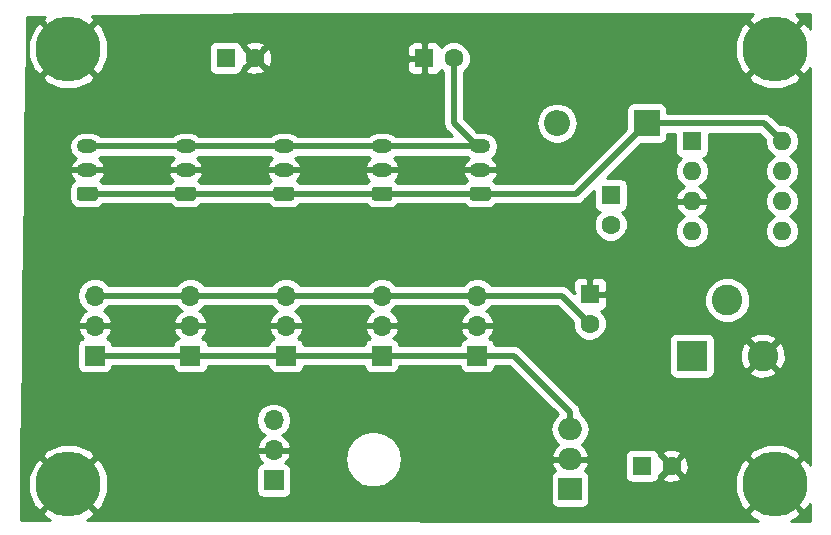
<source format=gbr>
G04 #@! TF.GenerationSoftware,KiCad,Pcbnew,(5.0.1)-rc2*
G04 #@! TF.CreationDate,2019-01-30T13:00:54-05:00*
G04 #@! TF.ProjectId,power_board,706F7765725F626F6172642E6B696361,rev?*
G04 #@! TF.SameCoordinates,Original*
G04 #@! TF.FileFunction,Copper,L2,Bot,Signal*
G04 #@! TF.FilePolarity,Positive*
%FSLAX46Y46*%
G04 Gerber Fmt 4.6, Leading zero omitted, Abs format (unit mm)*
G04 Created by KiCad (PCBNEW (5.0.1)-rc2) date 1/30/2019 1:00:54 PM*
%MOMM*%
%LPD*%
G01*
G04 APERTURE LIST*
G04 #@! TA.AperFunction,ComponentPad*
%ADD10R,1.700000X1.700000*%
G04 #@! TD*
G04 #@! TA.AperFunction,ComponentPad*
%ADD11O,1.700000X1.700000*%
G04 #@! TD*
G04 #@! TA.AperFunction,ComponentPad*
%ADD12R,2.000000X1.905000*%
G04 #@! TD*
G04 #@! TA.AperFunction,ComponentPad*
%ADD13O,2.000000X1.905000*%
G04 #@! TD*
G04 #@! TA.AperFunction,ComponentPad*
%ADD14R,1.600000X1.600000*%
G04 #@! TD*
G04 #@! TA.AperFunction,ComponentPad*
%ADD15C,1.600000*%
G04 #@! TD*
G04 #@! TA.AperFunction,ComponentPad*
%ADD16C,5.500000*%
G04 #@! TD*
G04 #@! TA.AperFunction,ComponentPad*
%ADD17R,2.200000X2.200000*%
G04 #@! TD*
G04 #@! TA.AperFunction,ComponentPad*
%ADD18O,2.200000X2.200000*%
G04 #@! TD*
G04 #@! TA.AperFunction,ComponentPad*
%ADD19R,2.600000X2.600000*%
G04 #@! TD*
G04 #@! TA.AperFunction,ComponentPad*
%ADD20C,2.600000*%
G04 #@! TD*
G04 #@! TA.AperFunction,ComponentPad*
%ADD21O,1.750000X1.200000*%
G04 #@! TD*
G04 #@! TA.AperFunction,Conductor*
%ADD22C,0.100000*%
G04 #@! TD*
G04 #@! TA.AperFunction,ComponentPad*
%ADD23C,1.200000*%
G04 #@! TD*
G04 #@! TA.AperFunction,ComponentPad*
%ADD24O,1.600000X1.600000*%
G04 #@! TD*
G04 #@! TA.AperFunction,Conductor*
%ADD25C,0.508000*%
G04 #@! TD*
G04 #@! TA.AperFunction,Conductor*
%ADD26C,0.254000*%
G04 #@! TD*
G04 APERTURE END LIST*
D10*
G04 #@! TO.P,J12,1*
G04 #@! TO.N,+15V*
X173888400Y-74168000D03*
D11*
G04 #@! TO.P,J12,2*
G04 #@! TO.N,GND*
X173888400Y-71628000D03*
G04 #@! TO.P,J12,3*
G04 #@! TO.N,Net-(J12-Pad3)*
X173888400Y-69088000D03*
G04 #@! TD*
D12*
G04 #@! TO.P,U2,1*
G04 #@! TO.N,+15V*
X198983600Y-74930000D03*
D13*
G04 #@! TO.P,U2,2*
G04 #@! TO.N,GND*
X198983600Y-72390000D03*
G04 #@! TO.P,U2,3*
G04 #@! TO.N,+9V*
X198983600Y-69850000D03*
G04 #@! TD*
D10*
G04 #@! TO.P,J1,1*
G04 #@! TO.N,+9V*
X191135000Y-63627000D03*
D11*
G04 #@! TO.P,J1,2*
G04 #@! TO.N,GND*
X191135000Y-61087000D03*
G04 #@! TO.P,J1,3*
G04 #@! TO.N,-9V*
X191135000Y-58547000D03*
G04 #@! TD*
D14*
G04 #@! TO.P,C5,1*
G04 #@! TO.N,+15V*
X205079600Y-72948800D03*
D15*
G04 #@! TO.P,C5,2*
G04 #@! TO.N,GND*
X207579600Y-72948800D03*
G04 #@! TD*
D16*
G04 #@! TO.P,H1,1*
G04 #@! TO.N,GND*
X216306400Y-37642800D03*
G04 #@! TD*
G04 #@! TO.P,H2,1*
G04 #@! TO.N,GND*
X216306400Y-74523600D03*
G04 #@! TD*
G04 #@! TO.P,H3,1*
G04 #@! TO.N,GND*
X156514800Y-37642800D03*
G04 #@! TD*
G04 #@! TO.P,H4,1*
G04 #@! TO.N,GND*
X156514800Y-74523600D03*
G04 #@! TD*
D17*
G04 #@! TO.P,D1,1*
G04 #@! TO.N,+9V*
X205486000Y-43942000D03*
D18*
G04 #@! TO.P,D1,2*
G04 #@! TO.N,-9V*
X197866000Y-43942000D03*
G04 #@! TD*
D15*
G04 #@! TO.P,C1,2*
G04 #@! TO.N,-9V*
X200660000Y-60920000D03*
D14*
G04 #@! TO.P,C1,1*
G04 #@! TO.N,GND*
X200660000Y-58420000D03*
G04 #@! TD*
G04 #@! TO.P,C2,1*
G04 #@! TO.N,Net-(C2-Pad1)*
X202438000Y-50038000D03*
D15*
G04 #@! TO.P,C2,2*
G04 #@! TO.N,Net-(C2-Pad2)*
X202438000Y-52538000D03*
G04 #@! TD*
D14*
G04 #@! TO.P,C3,1*
G04 #@! TO.N,GND*
X186639200Y-38455600D03*
D15*
G04 #@! TO.P,C3,2*
G04 #@! TO.N,-9V*
X189139200Y-38455600D03*
G04 #@! TD*
G04 #@! TO.P,C4,2*
G04 #@! TO.N,GND*
X172324400Y-38404800D03*
D14*
G04 #@! TO.P,C4,1*
G04 #@! TO.N,+9V*
X169824400Y-38404800D03*
G04 #@! TD*
D11*
G04 #@! TO.P,J2,3*
G04 #@! TO.N,-9V*
X158750000Y-58547000D03*
G04 #@! TO.P,J2,2*
G04 #@! TO.N,GND*
X158750000Y-61087000D03*
D10*
G04 #@! TO.P,J2,1*
G04 #@! TO.N,+9V*
X158750000Y-63627000D03*
G04 #@! TD*
D19*
G04 #@! TO.P,J3,1*
G04 #@! TO.N,+15V*
X209296000Y-63627000D03*
D20*
G04 #@! TO.P,J3,2*
G04 #@! TO.N,GND*
X215296000Y-63627000D03*
G04 #@! TO.P,J3,3*
G04 #@! TO.N,N/C*
X212296000Y-58927000D03*
G04 #@! TD*
D11*
G04 #@! TO.P,J4,3*
G04 #@! TO.N,-9V*
X183038750Y-58547000D03*
G04 #@! TO.P,J4,2*
G04 #@! TO.N,GND*
X183038750Y-61087000D03*
D10*
G04 #@! TO.P,J4,1*
G04 #@! TO.N,+9V*
X183038750Y-63627000D03*
G04 #@! TD*
D21*
G04 #@! TO.P,J5,3*
G04 #@! TO.N,-9V*
X158115000Y-45911000D03*
G04 #@! TO.P,J5,2*
G04 #@! TO.N,GND*
X158115000Y-47911000D03*
D22*
G04 #@! TD*
G04 #@! TO.N,+9V*
G04 #@! TO.C,J5*
G36*
X158764505Y-49312204D02*
X158788773Y-49315804D01*
X158812572Y-49321765D01*
X158835671Y-49330030D01*
X158857850Y-49340520D01*
X158878893Y-49353132D01*
X158898599Y-49367747D01*
X158916777Y-49384223D01*
X158933253Y-49402401D01*
X158947868Y-49422107D01*
X158960480Y-49443150D01*
X158970970Y-49465329D01*
X158979235Y-49488428D01*
X158985196Y-49512227D01*
X158988796Y-49536495D01*
X158990000Y-49560999D01*
X158990000Y-50261001D01*
X158988796Y-50285505D01*
X158985196Y-50309773D01*
X158979235Y-50333572D01*
X158970970Y-50356671D01*
X158960480Y-50378850D01*
X158947868Y-50399893D01*
X158933253Y-50419599D01*
X158916777Y-50437777D01*
X158898599Y-50454253D01*
X158878893Y-50468868D01*
X158857850Y-50481480D01*
X158835671Y-50491970D01*
X158812572Y-50500235D01*
X158788773Y-50506196D01*
X158764505Y-50509796D01*
X158740001Y-50511000D01*
X157489999Y-50511000D01*
X157465495Y-50509796D01*
X157441227Y-50506196D01*
X157417428Y-50500235D01*
X157394329Y-50491970D01*
X157372150Y-50481480D01*
X157351107Y-50468868D01*
X157331401Y-50454253D01*
X157313223Y-50437777D01*
X157296747Y-50419599D01*
X157282132Y-50399893D01*
X157269520Y-50378850D01*
X157259030Y-50356671D01*
X157250765Y-50333572D01*
X157244804Y-50309773D01*
X157241204Y-50285505D01*
X157240000Y-50261001D01*
X157240000Y-49560999D01*
X157241204Y-49536495D01*
X157244804Y-49512227D01*
X157250765Y-49488428D01*
X157259030Y-49465329D01*
X157269520Y-49443150D01*
X157282132Y-49422107D01*
X157296747Y-49402401D01*
X157313223Y-49384223D01*
X157331401Y-49367747D01*
X157351107Y-49353132D01*
X157372150Y-49340520D01*
X157394329Y-49330030D01*
X157417428Y-49321765D01*
X157441227Y-49315804D01*
X157465495Y-49312204D01*
X157489999Y-49311000D01*
X158740001Y-49311000D01*
X158764505Y-49312204D01*
X158764505Y-49312204D01*
G37*
D23*
G04 #@! TO.P,J5,1*
G04 #@! TO.N,+9V*
X158115000Y-49911000D03*
G04 #@! TD*
D10*
G04 #@! TO.P,J6,1*
G04 #@! TO.N,+9V*
X174942500Y-63627000D03*
D11*
G04 #@! TO.P,J6,2*
G04 #@! TO.N,GND*
X174942500Y-61087000D03*
G04 #@! TO.P,J6,3*
G04 #@! TO.N,-9V*
X174942500Y-58547000D03*
G04 #@! TD*
D22*
G04 #@! TO.N,+9V*
G04 #@! TO.C,J7*
G36*
X167083005Y-49312204D02*
X167107273Y-49315804D01*
X167131072Y-49321765D01*
X167154171Y-49330030D01*
X167176350Y-49340520D01*
X167197393Y-49353132D01*
X167217099Y-49367747D01*
X167235277Y-49384223D01*
X167251753Y-49402401D01*
X167266368Y-49422107D01*
X167278980Y-49443150D01*
X167289470Y-49465329D01*
X167297735Y-49488428D01*
X167303696Y-49512227D01*
X167307296Y-49536495D01*
X167308500Y-49560999D01*
X167308500Y-50261001D01*
X167307296Y-50285505D01*
X167303696Y-50309773D01*
X167297735Y-50333572D01*
X167289470Y-50356671D01*
X167278980Y-50378850D01*
X167266368Y-50399893D01*
X167251753Y-50419599D01*
X167235277Y-50437777D01*
X167217099Y-50454253D01*
X167197393Y-50468868D01*
X167176350Y-50481480D01*
X167154171Y-50491970D01*
X167131072Y-50500235D01*
X167107273Y-50506196D01*
X167083005Y-50509796D01*
X167058501Y-50511000D01*
X165808499Y-50511000D01*
X165783995Y-50509796D01*
X165759727Y-50506196D01*
X165735928Y-50500235D01*
X165712829Y-50491970D01*
X165690650Y-50481480D01*
X165669607Y-50468868D01*
X165649901Y-50454253D01*
X165631723Y-50437777D01*
X165615247Y-50419599D01*
X165600632Y-50399893D01*
X165588020Y-50378850D01*
X165577530Y-50356671D01*
X165569265Y-50333572D01*
X165563304Y-50309773D01*
X165559704Y-50285505D01*
X165558500Y-50261001D01*
X165558500Y-49560999D01*
X165559704Y-49536495D01*
X165563304Y-49512227D01*
X165569265Y-49488428D01*
X165577530Y-49465329D01*
X165588020Y-49443150D01*
X165600632Y-49422107D01*
X165615247Y-49402401D01*
X165631723Y-49384223D01*
X165649901Y-49367747D01*
X165669607Y-49353132D01*
X165690650Y-49340520D01*
X165712829Y-49330030D01*
X165735928Y-49321765D01*
X165759727Y-49315804D01*
X165783995Y-49312204D01*
X165808499Y-49311000D01*
X167058501Y-49311000D01*
X167083005Y-49312204D01*
X167083005Y-49312204D01*
G37*
D23*
G04 #@! TD*
G04 #@! TO.P,J7,1*
G04 #@! TO.N,+9V*
X166433500Y-49911000D03*
D21*
G04 #@! TO.P,J7,2*
G04 #@! TO.N,GND*
X166433500Y-47911000D03*
G04 #@! TO.P,J7,3*
G04 #@! TO.N,-9V*
X166433500Y-45911000D03*
G04 #@! TD*
D10*
G04 #@! TO.P,J8,1*
G04 #@! TO.N,+9V*
X166846250Y-63627000D03*
D11*
G04 #@! TO.P,J8,2*
G04 #@! TO.N,GND*
X166846250Y-61087000D03*
G04 #@! TO.P,J8,3*
G04 #@! TO.N,-9V*
X166846250Y-58547000D03*
G04 #@! TD*
D22*
G04 #@! TO.N,+9V*
G04 #@! TO.C,J9*
G36*
X175401505Y-49312204D02*
X175425773Y-49315804D01*
X175449572Y-49321765D01*
X175472671Y-49330030D01*
X175494850Y-49340520D01*
X175515893Y-49353132D01*
X175535599Y-49367747D01*
X175553777Y-49384223D01*
X175570253Y-49402401D01*
X175584868Y-49422107D01*
X175597480Y-49443150D01*
X175607970Y-49465329D01*
X175616235Y-49488428D01*
X175622196Y-49512227D01*
X175625796Y-49536495D01*
X175627000Y-49560999D01*
X175627000Y-50261001D01*
X175625796Y-50285505D01*
X175622196Y-50309773D01*
X175616235Y-50333572D01*
X175607970Y-50356671D01*
X175597480Y-50378850D01*
X175584868Y-50399893D01*
X175570253Y-50419599D01*
X175553777Y-50437777D01*
X175535599Y-50454253D01*
X175515893Y-50468868D01*
X175494850Y-50481480D01*
X175472671Y-50491970D01*
X175449572Y-50500235D01*
X175425773Y-50506196D01*
X175401505Y-50509796D01*
X175377001Y-50511000D01*
X174126999Y-50511000D01*
X174102495Y-50509796D01*
X174078227Y-50506196D01*
X174054428Y-50500235D01*
X174031329Y-50491970D01*
X174009150Y-50481480D01*
X173988107Y-50468868D01*
X173968401Y-50454253D01*
X173950223Y-50437777D01*
X173933747Y-50419599D01*
X173919132Y-50399893D01*
X173906520Y-50378850D01*
X173896030Y-50356671D01*
X173887765Y-50333572D01*
X173881804Y-50309773D01*
X173878204Y-50285505D01*
X173877000Y-50261001D01*
X173877000Y-49560999D01*
X173878204Y-49536495D01*
X173881804Y-49512227D01*
X173887765Y-49488428D01*
X173896030Y-49465329D01*
X173906520Y-49443150D01*
X173919132Y-49422107D01*
X173933747Y-49402401D01*
X173950223Y-49384223D01*
X173968401Y-49367747D01*
X173988107Y-49353132D01*
X174009150Y-49340520D01*
X174031329Y-49330030D01*
X174054428Y-49321765D01*
X174078227Y-49315804D01*
X174102495Y-49312204D01*
X174126999Y-49311000D01*
X175377001Y-49311000D01*
X175401505Y-49312204D01*
X175401505Y-49312204D01*
G37*
D23*
G04 #@! TD*
G04 #@! TO.P,J9,1*
G04 #@! TO.N,+9V*
X174752000Y-49911000D03*
D21*
G04 #@! TO.P,J9,2*
G04 #@! TO.N,GND*
X174752000Y-47911000D03*
G04 #@! TO.P,J9,3*
G04 #@! TO.N,-9V*
X174752000Y-45911000D03*
G04 #@! TD*
D22*
G04 #@! TO.N,+9V*
G04 #@! TO.C,J10*
G36*
X192038505Y-49312204D02*
X192062773Y-49315804D01*
X192086572Y-49321765D01*
X192109671Y-49330030D01*
X192131850Y-49340520D01*
X192152893Y-49353132D01*
X192172599Y-49367747D01*
X192190777Y-49384223D01*
X192207253Y-49402401D01*
X192221868Y-49422107D01*
X192234480Y-49443150D01*
X192244970Y-49465329D01*
X192253235Y-49488428D01*
X192259196Y-49512227D01*
X192262796Y-49536495D01*
X192264000Y-49560999D01*
X192264000Y-50261001D01*
X192262796Y-50285505D01*
X192259196Y-50309773D01*
X192253235Y-50333572D01*
X192244970Y-50356671D01*
X192234480Y-50378850D01*
X192221868Y-50399893D01*
X192207253Y-50419599D01*
X192190777Y-50437777D01*
X192172599Y-50454253D01*
X192152893Y-50468868D01*
X192131850Y-50481480D01*
X192109671Y-50491970D01*
X192086572Y-50500235D01*
X192062773Y-50506196D01*
X192038505Y-50509796D01*
X192014001Y-50511000D01*
X190763999Y-50511000D01*
X190739495Y-50509796D01*
X190715227Y-50506196D01*
X190691428Y-50500235D01*
X190668329Y-50491970D01*
X190646150Y-50481480D01*
X190625107Y-50468868D01*
X190605401Y-50454253D01*
X190587223Y-50437777D01*
X190570747Y-50419599D01*
X190556132Y-50399893D01*
X190543520Y-50378850D01*
X190533030Y-50356671D01*
X190524765Y-50333572D01*
X190518804Y-50309773D01*
X190515204Y-50285505D01*
X190514000Y-50261001D01*
X190514000Y-49560999D01*
X190515204Y-49536495D01*
X190518804Y-49512227D01*
X190524765Y-49488428D01*
X190533030Y-49465329D01*
X190543520Y-49443150D01*
X190556132Y-49422107D01*
X190570747Y-49402401D01*
X190587223Y-49384223D01*
X190605401Y-49367747D01*
X190625107Y-49353132D01*
X190646150Y-49340520D01*
X190668329Y-49330030D01*
X190691428Y-49321765D01*
X190715227Y-49315804D01*
X190739495Y-49312204D01*
X190763999Y-49311000D01*
X192014001Y-49311000D01*
X192038505Y-49312204D01*
X192038505Y-49312204D01*
G37*
D23*
G04 #@! TD*
G04 #@! TO.P,J10,1*
G04 #@! TO.N,+9V*
X191389000Y-49911000D03*
D21*
G04 #@! TO.P,J10,2*
G04 #@! TO.N,GND*
X191389000Y-47911000D03*
G04 #@! TO.P,J10,3*
G04 #@! TO.N,-9V*
X191389000Y-45911000D03*
G04 #@! TD*
G04 #@! TO.P,J11,3*
G04 #@! TO.N,-9V*
X183070500Y-45911000D03*
G04 #@! TO.P,J11,2*
G04 #@! TO.N,GND*
X183070500Y-47911000D03*
D22*
G04 #@! TD*
G04 #@! TO.N,+9V*
G04 #@! TO.C,J11*
G36*
X183720005Y-49312204D02*
X183744273Y-49315804D01*
X183768072Y-49321765D01*
X183791171Y-49330030D01*
X183813350Y-49340520D01*
X183834393Y-49353132D01*
X183854099Y-49367747D01*
X183872277Y-49384223D01*
X183888753Y-49402401D01*
X183903368Y-49422107D01*
X183915980Y-49443150D01*
X183926470Y-49465329D01*
X183934735Y-49488428D01*
X183940696Y-49512227D01*
X183944296Y-49536495D01*
X183945500Y-49560999D01*
X183945500Y-50261001D01*
X183944296Y-50285505D01*
X183940696Y-50309773D01*
X183934735Y-50333572D01*
X183926470Y-50356671D01*
X183915980Y-50378850D01*
X183903368Y-50399893D01*
X183888753Y-50419599D01*
X183872277Y-50437777D01*
X183854099Y-50454253D01*
X183834393Y-50468868D01*
X183813350Y-50481480D01*
X183791171Y-50491970D01*
X183768072Y-50500235D01*
X183744273Y-50506196D01*
X183720005Y-50509796D01*
X183695501Y-50511000D01*
X182445499Y-50511000D01*
X182420995Y-50509796D01*
X182396727Y-50506196D01*
X182372928Y-50500235D01*
X182349829Y-50491970D01*
X182327650Y-50481480D01*
X182306607Y-50468868D01*
X182286901Y-50454253D01*
X182268723Y-50437777D01*
X182252247Y-50419599D01*
X182237632Y-50399893D01*
X182225020Y-50378850D01*
X182214530Y-50356671D01*
X182206265Y-50333572D01*
X182200304Y-50309773D01*
X182196704Y-50285505D01*
X182195500Y-50261001D01*
X182195500Y-49560999D01*
X182196704Y-49536495D01*
X182200304Y-49512227D01*
X182206265Y-49488428D01*
X182214530Y-49465329D01*
X182225020Y-49443150D01*
X182237632Y-49422107D01*
X182252247Y-49402401D01*
X182268723Y-49384223D01*
X182286901Y-49367747D01*
X182306607Y-49353132D01*
X182327650Y-49340520D01*
X182349829Y-49330030D01*
X182372928Y-49321765D01*
X182396727Y-49315804D01*
X182420995Y-49312204D01*
X182445499Y-49311000D01*
X183695501Y-49311000D01*
X183720005Y-49312204D01*
X183720005Y-49312204D01*
G37*
D23*
G04 #@! TO.P,J11,1*
G04 #@! TO.N,+9V*
X183070500Y-49911000D03*
G04 #@! TD*
D14*
G04 #@! TO.P,U1,1*
G04 #@! TO.N,Net-(U1-Pad1)*
X209296000Y-45466000D03*
D24*
G04 #@! TO.P,U1,5*
G04 #@! TO.N,-9V*
X216916000Y-53086000D03*
G04 #@! TO.P,U1,2*
G04 #@! TO.N,Net-(C2-Pad1)*
X209296000Y-48006000D03*
G04 #@! TO.P,U1,6*
G04 #@! TO.N,Net-(U1-Pad6)*
X216916000Y-50546000D03*
G04 #@! TO.P,U1,3*
G04 #@! TO.N,GND*
X209296000Y-50546000D03*
G04 #@! TO.P,U1,7*
G04 #@! TO.N,Net-(U1-Pad7)*
X216916000Y-48006000D03*
G04 #@! TO.P,U1,4*
G04 #@! TO.N,Net-(C2-Pad2)*
X209296000Y-53086000D03*
G04 #@! TO.P,U1,8*
G04 #@! TO.N,+9V*
X216916000Y-45466000D03*
G04 #@! TD*
D25*
G04 #@! TO.N,-9V*
X190006000Y-45911000D02*
X183070500Y-45911000D01*
X191389000Y-45911000D02*
X190006000Y-45911000D01*
X181687500Y-45911000D02*
X174752000Y-45911000D01*
X183070500Y-45911000D02*
X181687500Y-45911000D01*
X173369000Y-45911000D02*
X166433500Y-45911000D01*
X174752000Y-45911000D02*
X173369000Y-45911000D01*
X166433500Y-45911000D02*
X158115000Y-45911000D01*
X158750000Y-58547000D02*
X166846250Y-58547000D01*
X166846250Y-58547000D02*
X174942500Y-58547000D01*
X174942500Y-58547000D02*
X183038750Y-58547000D01*
X183038750Y-58547000D02*
X191135000Y-58547000D01*
X198287000Y-58547000D02*
X200660000Y-60920000D01*
X191135000Y-58547000D02*
X198287000Y-58547000D01*
X191114000Y-45911000D02*
X191389000Y-45911000D01*
X189139200Y-43936200D02*
X191114000Y-45911000D01*
X189139200Y-38455600D02*
X189139200Y-43936200D01*
G04 #@! TO.N,+9V*
X191135000Y-63627000D02*
X183038750Y-63627000D01*
X181680750Y-63627000D02*
X174942500Y-63627000D01*
X183038750Y-63627000D02*
X181680750Y-63627000D01*
X174942500Y-63627000D02*
X166846250Y-63627000D01*
X165488250Y-63627000D02*
X158750000Y-63627000D01*
X166846250Y-63627000D02*
X165488250Y-63627000D01*
X191389000Y-49911000D02*
X183070500Y-49911000D01*
X183070500Y-49911000D02*
X174752000Y-49911000D01*
X173777000Y-49911000D02*
X166433500Y-49911000D01*
X174752000Y-49911000D02*
X173777000Y-49911000D01*
X166433500Y-49911000D02*
X158115000Y-49911000D01*
X215392000Y-43942000D02*
X216916000Y-45466000D01*
X205486000Y-43942000D02*
X215392000Y-43942000D01*
X199517000Y-49911000D02*
X205486000Y-43942000D01*
X191389000Y-49911000D02*
X199517000Y-49911000D01*
X198983600Y-68389500D02*
X198983600Y-69850000D01*
X194221100Y-63627000D02*
X198983600Y-68389500D01*
X191135000Y-63627000D02*
X194221100Y-63627000D01*
G04 #@! TD*
D26*
G04 #@! TO.N,GND*
G36*
X214396029Y-34768420D02*
X214381887Y-34777868D01*
X214069739Y-35226534D01*
X216306400Y-37463195D01*
X218543061Y-35226534D01*
X218230913Y-34777868D01*
X218092655Y-34720200D01*
X219279800Y-34720200D01*
X219279800Y-35973161D01*
X219180780Y-35732429D01*
X219171332Y-35718287D01*
X218722666Y-35406139D01*
X216486005Y-37642800D01*
X218722666Y-39879461D01*
X219171332Y-39567313D01*
X219279800Y-39307262D01*
X219279801Y-72853963D01*
X219180780Y-72613229D01*
X219171332Y-72599087D01*
X218722666Y-72286939D01*
X216486005Y-74523600D01*
X218722666Y-76760261D01*
X219171332Y-76448113D01*
X219279801Y-76188060D01*
X219279801Y-77609043D01*
X217707958Y-77607270D01*
X218216771Y-77397980D01*
X218230913Y-77388532D01*
X218543061Y-76939866D01*
X216306400Y-74703205D01*
X214069739Y-76939866D01*
X214381887Y-77388532D01*
X214898714Y-77604102D01*
X158079836Y-77540027D01*
X158425171Y-77397980D01*
X158439313Y-77388532D01*
X158751461Y-76939866D01*
X156514800Y-74703205D01*
X154278139Y-76939866D01*
X154590287Y-77388532D01*
X154945018Y-77536491D01*
X152525400Y-77533763D01*
X152525400Y-75188576D01*
X153128152Y-75188576D01*
X153640420Y-76433971D01*
X153649868Y-76448113D01*
X154098534Y-76760261D01*
X156335195Y-74523600D01*
X156694405Y-74523600D01*
X158931066Y-76760261D01*
X159379732Y-76448113D01*
X159898131Y-75205257D01*
X159901448Y-73858624D01*
X159679074Y-73318000D01*
X172390960Y-73318000D01*
X172390960Y-75018000D01*
X172440243Y-75265765D01*
X172580591Y-75475809D01*
X172790635Y-75616157D01*
X173038400Y-75665440D01*
X174738400Y-75665440D01*
X174986165Y-75616157D01*
X175196209Y-75475809D01*
X175336557Y-75265765D01*
X175385840Y-75018000D01*
X175385840Y-73318000D01*
X175336557Y-73070235D01*
X175196209Y-72860191D01*
X174986165Y-72719843D01*
X174882692Y-72699261D01*
X175160045Y-72394924D01*
X175162084Y-72390000D01*
X179891876Y-72390000D01*
X180076980Y-73320580D01*
X180604111Y-74109489D01*
X181393020Y-74636620D01*
X182088703Y-74775000D01*
X182558497Y-74775000D01*
X183254180Y-74636620D01*
X184043089Y-74109489D01*
X184131281Y-73977500D01*
X197336160Y-73977500D01*
X197336160Y-75882500D01*
X197385443Y-76130265D01*
X197525791Y-76340309D01*
X197735835Y-76480657D01*
X197983600Y-76529940D01*
X199983600Y-76529940D01*
X200231365Y-76480657D01*
X200441409Y-76340309D01*
X200581757Y-76130265D01*
X200631040Y-75882500D01*
X200631040Y-75188576D01*
X212919752Y-75188576D01*
X213432020Y-76433971D01*
X213441468Y-76448113D01*
X213890134Y-76760261D01*
X216126795Y-74523600D01*
X213890134Y-72286939D01*
X213441468Y-72599087D01*
X212923069Y-73841943D01*
X212919752Y-75188576D01*
X200631040Y-75188576D01*
X200631040Y-73977500D01*
X200581757Y-73729735D01*
X200441409Y-73519691D01*
X200236457Y-73382745D01*
X200359573Y-73256924D01*
X200574163Y-72762980D01*
X200454194Y-72517000D01*
X199110600Y-72517000D01*
X199110600Y-72537000D01*
X198856600Y-72537000D01*
X198856600Y-72517000D01*
X197513006Y-72517000D01*
X197393037Y-72762980D01*
X197607627Y-73256924D01*
X197730743Y-73382745D01*
X197525791Y-73519691D01*
X197385443Y-73729735D01*
X197336160Y-73977500D01*
X184131281Y-73977500D01*
X184570220Y-73320580D01*
X184755324Y-72390000D01*
X184570220Y-71459420D01*
X184043089Y-70670511D01*
X183254180Y-70143380D01*
X182558497Y-70005000D01*
X182088703Y-70005000D01*
X181393020Y-70143380D01*
X180604111Y-70670511D01*
X180076980Y-71459420D01*
X179891876Y-72390000D01*
X175162084Y-72390000D01*
X175329876Y-71984890D01*
X175208555Y-71755000D01*
X174015400Y-71755000D01*
X174015400Y-71775000D01*
X173761400Y-71775000D01*
X173761400Y-71755000D01*
X172568245Y-71755000D01*
X172446924Y-71984890D01*
X172616755Y-72394924D01*
X172894108Y-72699261D01*
X172790635Y-72719843D01*
X172580591Y-72860191D01*
X172440243Y-73070235D01*
X172390960Y-73318000D01*
X159679074Y-73318000D01*
X159389180Y-72613229D01*
X159379732Y-72599087D01*
X158931066Y-72286939D01*
X156694405Y-74523600D01*
X156335195Y-74523600D01*
X154098534Y-72286939D01*
X153649868Y-72599087D01*
X153131469Y-73841943D01*
X153128152Y-75188576D01*
X152525400Y-75188576D01*
X152525400Y-72107334D01*
X154278139Y-72107334D01*
X156514800Y-74343995D01*
X158751461Y-72107334D01*
X158439313Y-71658668D01*
X157196457Y-71140269D01*
X155849824Y-71136952D01*
X154604429Y-71649220D01*
X154590287Y-71658668D01*
X154278139Y-72107334D01*
X152525400Y-72107334D01*
X152525400Y-70338490D01*
X152543560Y-69088000D01*
X172374308Y-69088000D01*
X172489561Y-69667418D01*
X172817775Y-70158625D01*
X173136878Y-70371843D01*
X173007042Y-70432817D01*
X172616755Y-70861076D01*
X172446924Y-71271110D01*
X172568245Y-71501000D01*
X173761400Y-71501000D01*
X173761400Y-71481000D01*
X174015400Y-71481000D01*
X174015400Y-71501000D01*
X175208555Y-71501000D01*
X175329876Y-71271110D01*
X175160045Y-70861076D01*
X174769758Y-70432817D01*
X174639922Y-70371843D01*
X174959025Y-70158625D01*
X175287239Y-69667418D01*
X175402492Y-69088000D01*
X175287239Y-68508582D01*
X174959025Y-68017375D01*
X174467818Y-67689161D01*
X174034656Y-67603000D01*
X173742144Y-67603000D01*
X173308982Y-67689161D01*
X172817775Y-68017375D01*
X172489561Y-68508582D01*
X172374308Y-69088000D01*
X152543560Y-69088000D01*
X152635213Y-62777000D01*
X157252560Y-62777000D01*
X157252560Y-64477000D01*
X157301843Y-64724765D01*
X157442191Y-64934809D01*
X157652235Y-65075157D01*
X157900000Y-65124440D01*
X159600000Y-65124440D01*
X159847765Y-65075157D01*
X160057809Y-64934809D01*
X160198157Y-64724765D01*
X160239682Y-64516000D01*
X165356568Y-64516000D01*
X165398093Y-64724765D01*
X165538441Y-64934809D01*
X165748485Y-65075157D01*
X165996250Y-65124440D01*
X167696250Y-65124440D01*
X167944015Y-65075157D01*
X168154059Y-64934809D01*
X168294407Y-64724765D01*
X168335932Y-64516000D01*
X173452818Y-64516000D01*
X173494343Y-64724765D01*
X173634691Y-64934809D01*
X173844735Y-65075157D01*
X174092500Y-65124440D01*
X175792500Y-65124440D01*
X176040265Y-65075157D01*
X176250309Y-64934809D01*
X176390657Y-64724765D01*
X176432182Y-64516000D01*
X181549068Y-64516000D01*
X181590593Y-64724765D01*
X181730941Y-64934809D01*
X181940985Y-65075157D01*
X182188750Y-65124440D01*
X183888750Y-65124440D01*
X184136515Y-65075157D01*
X184346559Y-64934809D01*
X184486907Y-64724765D01*
X184528432Y-64516000D01*
X189645318Y-64516000D01*
X189686843Y-64724765D01*
X189827191Y-64934809D01*
X190037235Y-65075157D01*
X190285000Y-65124440D01*
X191985000Y-65124440D01*
X192232765Y-65075157D01*
X192442809Y-64934809D01*
X192583157Y-64724765D01*
X192624682Y-64516000D01*
X193852865Y-64516000D01*
X197941899Y-68605035D01*
X197791577Y-68705477D01*
X197440709Y-69230589D01*
X197317500Y-69850000D01*
X197440709Y-70469411D01*
X197791577Y-70994523D01*
X197993074Y-71129159D01*
X197607627Y-71523076D01*
X197393037Y-72017020D01*
X197513006Y-72263000D01*
X198856600Y-72263000D01*
X198856600Y-72243000D01*
X199110600Y-72243000D01*
X199110600Y-72263000D01*
X200454194Y-72263000D01*
X200509891Y-72148800D01*
X203632160Y-72148800D01*
X203632160Y-73748800D01*
X203681443Y-73996565D01*
X203821791Y-74206609D01*
X204031835Y-74346957D01*
X204279600Y-74396240D01*
X205879600Y-74396240D01*
X206127365Y-74346957D01*
X206337409Y-74206609D01*
X206477757Y-73996565D01*
X206485717Y-73956545D01*
X206751461Y-73956545D01*
X206825595Y-74202664D01*
X207362823Y-74395765D01*
X207933054Y-74368578D01*
X208333605Y-74202664D01*
X208407739Y-73956545D01*
X207579600Y-73128405D01*
X206751461Y-73956545D01*
X206485717Y-73956545D01*
X206524293Y-73762613D01*
X206571855Y-73776939D01*
X207399995Y-72948800D01*
X207759205Y-72948800D01*
X208587345Y-73776939D01*
X208833464Y-73702805D01*
X209026565Y-73165577D01*
X208999378Y-72595346D01*
X208833464Y-72194795D01*
X208587345Y-72120661D01*
X207759205Y-72948800D01*
X207399995Y-72948800D01*
X206571855Y-72120661D01*
X206524293Y-72134987D01*
X206485718Y-71941055D01*
X206751461Y-71941055D01*
X207579600Y-72769195D01*
X208241460Y-72107334D01*
X214069739Y-72107334D01*
X216306400Y-74343995D01*
X218543061Y-72107334D01*
X218230913Y-71658668D01*
X216988057Y-71140269D01*
X215641424Y-71136952D01*
X214396029Y-71649220D01*
X214381887Y-71658668D01*
X214069739Y-72107334D01*
X208241460Y-72107334D01*
X208407739Y-71941055D01*
X208333605Y-71694936D01*
X207796377Y-71501835D01*
X207226146Y-71529022D01*
X206825595Y-71694936D01*
X206751461Y-71941055D01*
X206485718Y-71941055D01*
X206477757Y-71901035D01*
X206337409Y-71690991D01*
X206127365Y-71550643D01*
X205879600Y-71501360D01*
X204279600Y-71501360D01*
X204031835Y-71550643D01*
X203821791Y-71690991D01*
X203681443Y-71901035D01*
X203632160Y-72148800D01*
X200509891Y-72148800D01*
X200574163Y-72017020D01*
X200359573Y-71523076D01*
X199974126Y-71129159D01*
X200175623Y-70994523D01*
X200526491Y-70469411D01*
X200649700Y-69850000D01*
X200526491Y-69230589D01*
X200175623Y-68705477D01*
X199872600Y-68503004D01*
X199872600Y-68477054D01*
X199890016Y-68389499D01*
X199864754Y-68262500D01*
X199821019Y-68042630D01*
X199624533Y-67748567D01*
X199550307Y-67698971D01*
X194911631Y-63060296D01*
X194862033Y-62986067D01*
X194567970Y-62789581D01*
X194308656Y-62738000D01*
X194308655Y-62738000D01*
X194221100Y-62720584D01*
X194133545Y-62738000D01*
X192624682Y-62738000D01*
X192583157Y-62529235D01*
X192442809Y-62319191D01*
X192232765Y-62178843D01*
X192129292Y-62158261D01*
X192406645Y-61853924D01*
X192576476Y-61443890D01*
X192455155Y-61214000D01*
X191262000Y-61214000D01*
X191262000Y-61234000D01*
X191008000Y-61234000D01*
X191008000Y-61214000D01*
X189814845Y-61214000D01*
X189693524Y-61443890D01*
X189863355Y-61853924D01*
X190140708Y-62158261D01*
X190037235Y-62178843D01*
X189827191Y-62319191D01*
X189686843Y-62529235D01*
X189645318Y-62738000D01*
X184528432Y-62738000D01*
X184486907Y-62529235D01*
X184346559Y-62319191D01*
X184136515Y-62178843D01*
X184033042Y-62158261D01*
X184310395Y-61853924D01*
X184480226Y-61443890D01*
X184358905Y-61214000D01*
X183165750Y-61214000D01*
X183165750Y-61234000D01*
X182911750Y-61234000D01*
X182911750Y-61214000D01*
X181718595Y-61214000D01*
X181597274Y-61443890D01*
X181767105Y-61853924D01*
X182044458Y-62158261D01*
X181940985Y-62178843D01*
X181730941Y-62319191D01*
X181590593Y-62529235D01*
X181549068Y-62738000D01*
X176432182Y-62738000D01*
X176390657Y-62529235D01*
X176250309Y-62319191D01*
X176040265Y-62178843D01*
X175936792Y-62158261D01*
X176214145Y-61853924D01*
X176383976Y-61443890D01*
X176262655Y-61214000D01*
X175069500Y-61214000D01*
X175069500Y-61234000D01*
X174815500Y-61234000D01*
X174815500Y-61214000D01*
X173622345Y-61214000D01*
X173501024Y-61443890D01*
X173670855Y-61853924D01*
X173948208Y-62158261D01*
X173844735Y-62178843D01*
X173634691Y-62319191D01*
X173494343Y-62529235D01*
X173452818Y-62738000D01*
X168335932Y-62738000D01*
X168294407Y-62529235D01*
X168154059Y-62319191D01*
X167944015Y-62178843D01*
X167840542Y-62158261D01*
X168117895Y-61853924D01*
X168287726Y-61443890D01*
X168166405Y-61214000D01*
X166973250Y-61214000D01*
X166973250Y-61234000D01*
X166719250Y-61234000D01*
X166719250Y-61214000D01*
X165526095Y-61214000D01*
X165404774Y-61443890D01*
X165574605Y-61853924D01*
X165851958Y-62158261D01*
X165748485Y-62178843D01*
X165538441Y-62319191D01*
X165398093Y-62529235D01*
X165356568Y-62738000D01*
X160239682Y-62738000D01*
X160198157Y-62529235D01*
X160057809Y-62319191D01*
X159847765Y-62178843D01*
X159744292Y-62158261D01*
X160021645Y-61853924D01*
X160191476Y-61443890D01*
X160070155Y-61214000D01*
X158877000Y-61214000D01*
X158877000Y-61234000D01*
X158623000Y-61234000D01*
X158623000Y-61214000D01*
X157429845Y-61214000D01*
X157308524Y-61443890D01*
X157478355Y-61853924D01*
X157755708Y-62158261D01*
X157652235Y-62178843D01*
X157442191Y-62319191D01*
X157301843Y-62529235D01*
X157252560Y-62777000D01*
X152635213Y-62777000D01*
X152696644Y-58547000D01*
X157235908Y-58547000D01*
X157351161Y-59126418D01*
X157679375Y-59617625D01*
X157998478Y-59830843D01*
X157868642Y-59891817D01*
X157478355Y-60320076D01*
X157308524Y-60730110D01*
X157429845Y-60960000D01*
X158623000Y-60960000D01*
X158623000Y-60940000D01*
X158877000Y-60940000D01*
X158877000Y-60960000D01*
X160070155Y-60960000D01*
X160191476Y-60730110D01*
X160021645Y-60320076D01*
X159631358Y-59891817D01*
X159501522Y-59830843D01*
X159820625Y-59617625D01*
X159941983Y-59436000D01*
X165654267Y-59436000D01*
X165775625Y-59617625D01*
X166094728Y-59830843D01*
X165964892Y-59891817D01*
X165574605Y-60320076D01*
X165404774Y-60730110D01*
X165526095Y-60960000D01*
X166719250Y-60960000D01*
X166719250Y-60940000D01*
X166973250Y-60940000D01*
X166973250Y-60960000D01*
X168166405Y-60960000D01*
X168287726Y-60730110D01*
X168117895Y-60320076D01*
X167727608Y-59891817D01*
X167597772Y-59830843D01*
X167916875Y-59617625D01*
X168038233Y-59436000D01*
X173750517Y-59436000D01*
X173871875Y-59617625D01*
X174190978Y-59830843D01*
X174061142Y-59891817D01*
X173670855Y-60320076D01*
X173501024Y-60730110D01*
X173622345Y-60960000D01*
X174815500Y-60960000D01*
X174815500Y-60940000D01*
X175069500Y-60940000D01*
X175069500Y-60960000D01*
X176262655Y-60960000D01*
X176383976Y-60730110D01*
X176214145Y-60320076D01*
X175823858Y-59891817D01*
X175694022Y-59830843D01*
X176013125Y-59617625D01*
X176134483Y-59436000D01*
X181846767Y-59436000D01*
X181968125Y-59617625D01*
X182287228Y-59830843D01*
X182157392Y-59891817D01*
X181767105Y-60320076D01*
X181597274Y-60730110D01*
X181718595Y-60960000D01*
X182911750Y-60960000D01*
X182911750Y-60940000D01*
X183165750Y-60940000D01*
X183165750Y-60960000D01*
X184358905Y-60960000D01*
X184480226Y-60730110D01*
X184310395Y-60320076D01*
X183920108Y-59891817D01*
X183790272Y-59830843D01*
X184109375Y-59617625D01*
X184230733Y-59436000D01*
X189943017Y-59436000D01*
X190064375Y-59617625D01*
X190383478Y-59830843D01*
X190253642Y-59891817D01*
X189863355Y-60320076D01*
X189693524Y-60730110D01*
X189814845Y-60960000D01*
X191008000Y-60960000D01*
X191008000Y-60940000D01*
X191262000Y-60940000D01*
X191262000Y-60960000D01*
X192455155Y-60960000D01*
X192576476Y-60730110D01*
X192406645Y-60320076D01*
X192016358Y-59891817D01*
X191886522Y-59830843D01*
X192205625Y-59617625D01*
X192326983Y-59436000D01*
X197918765Y-59436000D01*
X199225000Y-60742236D01*
X199225000Y-61205439D01*
X199443466Y-61732862D01*
X199847138Y-62136534D01*
X200374561Y-62355000D01*
X200945439Y-62355000D01*
X201013036Y-62327000D01*
X207348560Y-62327000D01*
X207348560Y-64927000D01*
X207397843Y-65174765D01*
X207538191Y-65384809D01*
X207748235Y-65525157D01*
X207996000Y-65574440D01*
X210596000Y-65574440D01*
X210843765Y-65525157D01*
X211053809Y-65384809D01*
X211194157Y-65174765D01*
X211229623Y-64996459D01*
X214106146Y-64996459D01*
X214241504Y-65294455D01*
X214959880Y-65571066D01*
X215729427Y-65551710D01*
X216350496Y-65294455D01*
X216485854Y-64996459D01*
X215296000Y-63806605D01*
X214106146Y-64996459D01*
X211229623Y-64996459D01*
X211243440Y-64927000D01*
X211243440Y-63290880D01*
X213351934Y-63290880D01*
X213371290Y-64060427D01*
X213628545Y-64681496D01*
X213926541Y-64816854D01*
X215116395Y-63627000D01*
X215475605Y-63627000D01*
X216665459Y-64816854D01*
X216963455Y-64681496D01*
X217240066Y-63963120D01*
X217220710Y-63193573D01*
X216963455Y-62572504D01*
X216665459Y-62437146D01*
X215475605Y-63627000D01*
X215116395Y-63627000D01*
X213926541Y-62437146D01*
X213628545Y-62572504D01*
X213351934Y-63290880D01*
X211243440Y-63290880D01*
X211243440Y-62327000D01*
X211229624Y-62257541D01*
X214106146Y-62257541D01*
X215296000Y-63447395D01*
X216485854Y-62257541D01*
X216350496Y-61959545D01*
X215632120Y-61682934D01*
X214862573Y-61702290D01*
X214241504Y-61959545D01*
X214106146Y-62257541D01*
X211229624Y-62257541D01*
X211194157Y-62079235D01*
X211053809Y-61869191D01*
X210843765Y-61728843D01*
X210596000Y-61679560D01*
X207996000Y-61679560D01*
X207748235Y-61728843D01*
X207538191Y-61869191D01*
X207397843Y-62079235D01*
X207348560Y-62327000D01*
X201013036Y-62327000D01*
X201472862Y-62136534D01*
X201876534Y-61732862D01*
X202095000Y-61205439D01*
X202095000Y-60634561D01*
X201876534Y-60107138D01*
X201613241Y-59843845D01*
X201819699Y-59758327D01*
X201998327Y-59579698D01*
X202095000Y-59346309D01*
X202095000Y-58705750D01*
X201936250Y-58547000D01*
X200787000Y-58547000D01*
X200787000Y-58567000D01*
X200533000Y-58567000D01*
X200533000Y-58547000D01*
X200513000Y-58547000D01*
X200513000Y-58542105D01*
X210361000Y-58542105D01*
X210361000Y-59311895D01*
X210655586Y-60023090D01*
X211199910Y-60567414D01*
X211911105Y-60862000D01*
X212680895Y-60862000D01*
X213392090Y-60567414D01*
X213936414Y-60023090D01*
X214231000Y-59311895D01*
X214231000Y-58542105D01*
X213936414Y-57830910D01*
X213392090Y-57286586D01*
X212680895Y-56992000D01*
X211911105Y-56992000D01*
X211199910Y-57286586D01*
X210655586Y-57830910D01*
X210361000Y-58542105D01*
X200513000Y-58542105D01*
X200513000Y-58293000D01*
X200533000Y-58293000D01*
X200533000Y-57143750D01*
X200787000Y-57143750D01*
X200787000Y-58293000D01*
X201936250Y-58293000D01*
X202095000Y-58134250D01*
X202095000Y-57493691D01*
X201998327Y-57260302D01*
X201819699Y-57081673D01*
X201586310Y-56985000D01*
X200945750Y-56985000D01*
X200787000Y-57143750D01*
X200533000Y-57143750D01*
X200374250Y-56985000D01*
X199733690Y-56985000D01*
X199500301Y-57081673D01*
X199321673Y-57260302D01*
X199225000Y-57493691D01*
X199225000Y-58134250D01*
X199383748Y-58292998D01*
X199290233Y-58292998D01*
X198977531Y-57980296D01*
X198927933Y-57906067D01*
X198633870Y-57709581D01*
X198374556Y-57658000D01*
X198374555Y-57658000D01*
X198287000Y-57640584D01*
X198199445Y-57658000D01*
X192326983Y-57658000D01*
X192205625Y-57476375D01*
X191714418Y-57148161D01*
X191281256Y-57062000D01*
X190988744Y-57062000D01*
X190555582Y-57148161D01*
X190064375Y-57476375D01*
X189943017Y-57658000D01*
X184230733Y-57658000D01*
X184109375Y-57476375D01*
X183618168Y-57148161D01*
X183185006Y-57062000D01*
X182892494Y-57062000D01*
X182459332Y-57148161D01*
X181968125Y-57476375D01*
X181846767Y-57658000D01*
X176134483Y-57658000D01*
X176013125Y-57476375D01*
X175521918Y-57148161D01*
X175088756Y-57062000D01*
X174796244Y-57062000D01*
X174363082Y-57148161D01*
X173871875Y-57476375D01*
X173750517Y-57658000D01*
X168038233Y-57658000D01*
X167916875Y-57476375D01*
X167425668Y-57148161D01*
X166992506Y-57062000D01*
X166699994Y-57062000D01*
X166266832Y-57148161D01*
X165775625Y-57476375D01*
X165654267Y-57658000D01*
X159941983Y-57658000D01*
X159820625Y-57476375D01*
X159329418Y-57148161D01*
X158896256Y-57062000D01*
X158603744Y-57062000D01*
X158170582Y-57148161D01*
X157679375Y-57476375D01*
X157351161Y-57967582D01*
X157235908Y-58547000D01*
X152696644Y-58547000D01*
X152827146Y-49560999D01*
X156592560Y-49560999D01*
X156592560Y-50261001D01*
X156660873Y-50604436D01*
X156855414Y-50895586D01*
X157146564Y-51090127D01*
X157489999Y-51158440D01*
X158740001Y-51158440D01*
X159083436Y-51090127D01*
X159374586Y-50895586D01*
X159438455Y-50800000D01*
X165110045Y-50800000D01*
X165173914Y-50895586D01*
X165465064Y-51090127D01*
X165808499Y-51158440D01*
X167058501Y-51158440D01*
X167401936Y-51090127D01*
X167693086Y-50895586D01*
X167756955Y-50800000D01*
X173428545Y-50800000D01*
X173492414Y-50895586D01*
X173783564Y-51090127D01*
X174126999Y-51158440D01*
X175377001Y-51158440D01*
X175720436Y-51090127D01*
X176011586Y-50895586D01*
X176075455Y-50800000D01*
X181747045Y-50800000D01*
X181810914Y-50895586D01*
X182102064Y-51090127D01*
X182445499Y-51158440D01*
X183695501Y-51158440D01*
X184038936Y-51090127D01*
X184330086Y-50895586D01*
X184393955Y-50800000D01*
X190065545Y-50800000D01*
X190129414Y-50895586D01*
X190420564Y-51090127D01*
X190763999Y-51158440D01*
X192014001Y-51158440D01*
X192357436Y-51090127D01*
X192648586Y-50895586D01*
X192712455Y-50800000D01*
X199429445Y-50800000D01*
X199517000Y-50817416D01*
X199604555Y-50800000D01*
X199604556Y-50800000D01*
X199863870Y-50748419D01*
X200157933Y-50551933D01*
X200207531Y-50477704D01*
X200990560Y-49694675D01*
X200990560Y-50838000D01*
X201039843Y-51085765D01*
X201180191Y-51295809D01*
X201390235Y-51436157D01*
X201490503Y-51456101D01*
X201221466Y-51725138D01*
X201003000Y-52252561D01*
X201003000Y-52823439D01*
X201221466Y-53350862D01*
X201625138Y-53754534D01*
X202152561Y-53973000D01*
X202723439Y-53973000D01*
X203250862Y-53754534D01*
X203654534Y-53350862D01*
X203764243Y-53086000D01*
X207832887Y-53086000D01*
X207944260Y-53645909D01*
X208261423Y-54120577D01*
X208736091Y-54437740D01*
X209154667Y-54521000D01*
X209437333Y-54521000D01*
X209855909Y-54437740D01*
X210330577Y-54120577D01*
X210647740Y-53645909D01*
X210759113Y-53086000D01*
X210647740Y-52526091D01*
X210330577Y-52051423D01*
X209946892Y-51795053D01*
X210151134Y-51698389D01*
X210527041Y-51283423D01*
X210687904Y-50895039D01*
X210565915Y-50673000D01*
X209423000Y-50673000D01*
X209423000Y-50693000D01*
X209169000Y-50693000D01*
X209169000Y-50673000D01*
X208026085Y-50673000D01*
X207904096Y-50895039D01*
X208064959Y-51283423D01*
X208440866Y-51698389D01*
X208645108Y-51795053D01*
X208261423Y-52051423D01*
X207944260Y-52526091D01*
X207832887Y-53086000D01*
X203764243Y-53086000D01*
X203873000Y-52823439D01*
X203873000Y-52252561D01*
X203654534Y-51725138D01*
X203385497Y-51456101D01*
X203485765Y-51436157D01*
X203695809Y-51295809D01*
X203836157Y-51085765D01*
X203885440Y-50838000D01*
X203885440Y-49238000D01*
X203836157Y-48990235D01*
X203695809Y-48780191D01*
X203485765Y-48639843D01*
X203238000Y-48590560D01*
X202094675Y-48590560D01*
X204995796Y-45689440D01*
X206586000Y-45689440D01*
X206833765Y-45640157D01*
X207043809Y-45499809D01*
X207184157Y-45289765D01*
X207233440Y-45042000D01*
X207233440Y-44831000D01*
X207848560Y-44831000D01*
X207848560Y-46266000D01*
X207897843Y-46513765D01*
X208038191Y-46723809D01*
X208248235Y-46864157D01*
X208382106Y-46890785D01*
X208261423Y-46971423D01*
X207944260Y-47446091D01*
X207832887Y-48006000D01*
X207944260Y-48565909D01*
X208261423Y-49040577D01*
X208645108Y-49296947D01*
X208440866Y-49393611D01*
X208064959Y-49808577D01*
X207904096Y-50196961D01*
X208026085Y-50419000D01*
X209169000Y-50419000D01*
X209169000Y-50399000D01*
X209423000Y-50399000D01*
X209423000Y-50419000D01*
X210565915Y-50419000D01*
X210687904Y-50196961D01*
X210527041Y-49808577D01*
X210151134Y-49393611D01*
X209946892Y-49296947D01*
X210330577Y-49040577D01*
X210647740Y-48565909D01*
X210759113Y-48006000D01*
X210647740Y-47446091D01*
X210330577Y-46971423D01*
X210209894Y-46890785D01*
X210343765Y-46864157D01*
X210553809Y-46723809D01*
X210694157Y-46513765D01*
X210743440Y-46266000D01*
X210743440Y-44831000D01*
X215023765Y-44831000D01*
X215487044Y-45294280D01*
X215452887Y-45466000D01*
X215564260Y-46025909D01*
X215881423Y-46500577D01*
X216233758Y-46736000D01*
X215881423Y-46971423D01*
X215564260Y-47446091D01*
X215452887Y-48006000D01*
X215564260Y-48565909D01*
X215881423Y-49040577D01*
X216233758Y-49276000D01*
X215881423Y-49511423D01*
X215564260Y-49986091D01*
X215452887Y-50546000D01*
X215564260Y-51105909D01*
X215881423Y-51580577D01*
X216233758Y-51816000D01*
X215881423Y-52051423D01*
X215564260Y-52526091D01*
X215452887Y-53086000D01*
X215564260Y-53645909D01*
X215881423Y-54120577D01*
X216356091Y-54437740D01*
X216774667Y-54521000D01*
X217057333Y-54521000D01*
X217475909Y-54437740D01*
X217950577Y-54120577D01*
X218267740Y-53645909D01*
X218379113Y-53086000D01*
X218267740Y-52526091D01*
X217950577Y-52051423D01*
X217598242Y-51816000D01*
X217950577Y-51580577D01*
X218267740Y-51105909D01*
X218379113Y-50546000D01*
X218267740Y-49986091D01*
X217950577Y-49511423D01*
X217598242Y-49276000D01*
X217950577Y-49040577D01*
X218267740Y-48565909D01*
X218379113Y-48006000D01*
X218267740Y-47446091D01*
X217950577Y-46971423D01*
X217598242Y-46736000D01*
X217950577Y-46500577D01*
X218267740Y-46025909D01*
X218379113Y-45466000D01*
X218267740Y-44906091D01*
X217950577Y-44431423D01*
X217475909Y-44114260D01*
X217057333Y-44031000D01*
X216774667Y-44031000D01*
X216744280Y-44037044D01*
X216082531Y-43375296D01*
X216032933Y-43301067D01*
X215738870Y-43104581D01*
X215479556Y-43053000D01*
X215479555Y-43053000D01*
X215392000Y-43035584D01*
X215304445Y-43053000D01*
X207233440Y-43053000D01*
X207233440Y-42842000D01*
X207184157Y-42594235D01*
X207043809Y-42384191D01*
X206833765Y-42243843D01*
X206586000Y-42194560D01*
X204386000Y-42194560D01*
X204138235Y-42243843D01*
X203928191Y-42384191D01*
X203787843Y-42594235D01*
X203738560Y-42842000D01*
X203738560Y-44432204D01*
X199148765Y-49022000D01*
X192712455Y-49022000D01*
X192648586Y-48926414D01*
X192481653Y-48814873D01*
X192627080Y-48694474D01*
X192853592Y-48266281D01*
X192857462Y-48228609D01*
X192732731Y-48038000D01*
X191516000Y-48038000D01*
X191516000Y-48058000D01*
X191262000Y-48058000D01*
X191262000Y-48038000D01*
X190045269Y-48038000D01*
X189920538Y-48228609D01*
X189924408Y-48266281D01*
X190150920Y-48694474D01*
X190296347Y-48814873D01*
X190129414Y-48926414D01*
X190065545Y-49022000D01*
X184393955Y-49022000D01*
X184330086Y-48926414D01*
X184163153Y-48814873D01*
X184308580Y-48694474D01*
X184535092Y-48266281D01*
X184538962Y-48228609D01*
X184414231Y-48038000D01*
X183197500Y-48038000D01*
X183197500Y-48058000D01*
X182943500Y-48058000D01*
X182943500Y-48038000D01*
X181726769Y-48038000D01*
X181602038Y-48228609D01*
X181605908Y-48266281D01*
X181832420Y-48694474D01*
X181977847Y-48814873D01*
X181810914Y-48926414D01*
X181747045Y-49022000D01*
X176075455Y-49022000D01*
X176011586Y-48926414D01*
X175844653Y-48814873D01*
X175990080Y-48694474D01*
X176216592Y-48266281D01*
X176220462Y-48228609D01*
X176095731Y-48038000D01*
X174879000Y-48038000D01*
X174879000Y-48058000D01*
X174625000Y-48058000D01*
X174625000Y-48038000D01*
X173408269Y-48038000D01*
X173283538Y-48228609D01*
X173287408Y-48266281D01*
X173513920Y-48694474D01*
X173659347Y-48814873D01*
X173492414Y-48926414D01*
X173428545Y-49022000D01*
X167756955Y-49022000D01*
X167693086Y-48926414D01*
X167526153Y-48814873D01*
X167671580Y-48694474D01*
X167898092Y-48266281D01*
X167901962Y-48228609D01*
X167777231Y-48038000D01*
X166560500Y-48038000D01*
X166560500Y-48058000D01*
X166306500Y-48058000D01*
X166306500Y-48038000D01*
X165089769Y-48038000D01*
X164965038Y-48228609D01*
X164968908Y-48266281D01*
X165195420Y-48694474D01*
X165340847Y-48814873D01*
X165173914Y-48926414D01*
X165110045Y-49022000D01*
X159438455Y-49022000D01*
X159374586Y-48926414D01*
X159207653Y-48814873D01*
X159353080Y-48694474D01*
X159579592Y-48266281D01*
X159583462Y-48228609D01*
X159458731Y-48038000D01*
X158242000Y-48038000D01*
X158242000Y-48058000D01*
X157988000Y-48058000D01*
X157988000Y-48038000D01*
X156771269Y-48038000D01*
X156646538Y-48228609D01*
X156650408Y-48266281D01*
X156876920Y-48694474D01*
X157022347Y-48814873D01*
X156855414Y-48926414D01*
X156660873Y-49217564D01*
X156592560Y-49560999D01*
X152827146Y-49560999D01*
X152880155Y-45911000D01*
X156580805Y-45911000D01*
X156676656Y-46392873D01*
X156949615Y-46801385D01*
X157127385Y-46920167D01*
X156876920Y-47127526D01*
X156650408Y-47555719D01*
X156646538Y-47593391D01*
X156771269Y-47784000D01*
X157988000Y-47784000D01*
X157988000Y-47764000D01*
X158242000Y-47764000D01*
X158242000Y-47784000D01*
X159458731Y-47784000D01*
X159583462Y-47593391D01*
X159579592Y-47555719D01*
X159353080Y-47127526D01*
X159102615Y-46920167D01*
X159280385Y-46801385D01*
X159281310Y-46800000D01*
X165267190Y-46800000D01*
X165268115Y-46801385D01*
X165445885Y-46920167D01*
X165195420Y-47127526D01*
X164968908Y-47555719D01*
X164965038Y-47593391D01*
X165089769Y-47784000D01*
X166306500Y-47784000D01*
X166306500Y-47764000D01*
X166560500Y-47764000D01*
X166560500Y-47784000D01*
X167777231Y-47784000D01*
X167901962Y-47593391D01*
X167898092Y-47555719D01*
X167671580Y-47127526D01*
X167421115Y-46920167D01*
X167598885Y-46801385D01*
X167599810Y-46800000D01*
X173585690Y-46800000D01*
X173586615Y-46801385D01*
X173764385Y-46920167D01*
X173513920Y-47127526D01*
X173287408Y-47555719D01*
X173283538Y-47593391D01*
X173408269Y-47784000D01*
X174625000Y-47784000D01*
X174625000Y-47764000D01*
X174879000Y-47764000D01*
X174879000Y-47784000D01*
X176095731Y-47784000D01*
X176220462Y-47593391D01*
X176216592Y-47555719D01*
X175990080Y-47127526D01*
X175739615Y-46920167D01*
X175917385Y-46801385D01*
X175918310Y-46800000D01*
X181904190Y-46800000D01*
X181905115Y-46801385D01*
X182082885Y-46920167D01*
X181832420Y-47127526D01*
X181605908Y-47555719D01*
X181602038Y-47593391D01*
X181726769Y-47784000D01*
X182943500Y-47784000D01*
X182943500Y-47764000D01*
X183197500Y-47764000D01*
X183197500Y-47784000D01*
X184414231Y-47784000D01*
X184538962Y-47593391D01*
X184535092Y-47555719D01*
X184308580Y-47127526D01*
X184058115Y-46920167D01*
X184235885Y-46801385D01*
X184236810Y-46800000D01*
X190222690Y-46800000D01*
X190223615Y-46801385D01*
X190401385Y-46920167D01*
X190150920Y-47127526D01*
X189924408Y-47555719D01*
X189920538Y-47593391D01*
X190045269Y-47784000D01*
X191262000Y-47784000D01*
X191262000Y-47764000D01*
X191516000Y-47764000D01*
X191516000Y-47784000D01*
X192732731Y-47784000D01*
X192857462Y-47593391D01*
X192853592Y-47555719D01*
X192627080Y-47127526D01*
X192376615Y-46920167D01*
X192554385Y-46801385D01*
X192827344Y-46392873D01*
X192923195Y-45911000D01*
X192827344Y-45429127D01*
X192554385Y-45020615D01*
X192145873Y-44747656D01*
X191785636Y-44676000D01*
X191136236Y-44676000D01*
X190402236Y-43942000D01*
X196097010Y-43942000D01*
X196231666Y-44618963D01*
X196615135Y-45192865D01*
X197189037Y-45576334D01*
X197695120Y-45677000D01*
X198036880Y-45677000D01*
X198542963Y-45576334D01*
X199116865Y-45192865D01*
X199500334Y-44618963D01*
X199634990Y-43942000D01*
X199500334Y-43265037D01*
X199116865Y-42691135D01*
X198542963Y-42307666D01*
X198036880Y-42207000D01*
X197695120Y-42207000D01*
X197189037Y-42307666D01*
X196615135Y-42691135D01*
X196231666Y-43265037D01*
X196097010Y-43942000D01*
X190402236Y-43942000D01*
X190028200Y-43567965D01*
X190028200Y-40059066D01*
X214069739Y-40059066D01*
X214381887Y-40507732D01*
X215624743Y-41026131D01*
X216971376Y-41029448D01*
X218216771Y-40517180D01*
X218230913Y-40507732D01*
X218543061Y-40059066D01*
X216306400Y-37822405D01*
X214069739Y-40059066D01*
X190028200Y-40059066D01*
X190028200Y-39595996D01*
X190355734Y-39268462D01*
X190574200Y-38741039D01*
X190574200Y-38307776D01*
X212919752Y-38307776D01*
X213432020Y-39553171D01*
X213441468Y-39567313D01*
X213890134Y-39879461D01*
X216126795Y-37642800D01*
X213890134Y-35406139D01*
X213441468Y-35718287D01*
X212923069Y-36961143D01*
X212919752Y-38307776D01*
X190574200Y-38307776D01*
X190574200Y-38170161D01*
X190355734Y-37642738D01*
X189952062Y-37239066D01*
X189424639Y-37020600D01*
X188853761Y-37020600D01*
X188326338Y-37239066D01*
X188063045Y-37502359D01*
X187977527Y-37295901D01*
X187798898Y-37117273D01*
X187565509Y-37020600D01*
X186924950Y-37020600D01*
X186766200Y-37179350D01*
X186766200Y-38328600D01*
X186786200Y-38328600D01*
X186786200Y-38582600D01*
X186766200Y-38582600D01*
X186766200Y-39731850D01*
X186924950Y-39890600D01*
X187565509Y-39890600D01*
X187798898Y-39793927D01*
X187977527Y-39615299D01*
X188063045Y-39408841D01*
X188250200Y-39595996D01*
X188250201Y-43848641D01*
X188232784Y-43936200D01*
X188301782Y-44283070D01*
X188498268Y-44577133D01*
X188572494Y-44626729D01*
X188967765Y-45022000D01*
X184236810Y-45022000D01*
X184235885Y-45020615D01*
X183827373Y-44747656D01*
X183467136Y-44676000D01*
X182673864Y-44676000D01*
X182313627Y-44747656D01*
X181905115Y-45020615D01*
X181904190Y-45022000D01*
X175918310Y-45022000D01*
X175917385Y-45020615D01*
X175508873Y-44747656D01*
X175148636Y-44676000D01*
X174355364Y-44676000D01*
X173995127Y-44747656D01*
X173586615Y-45020615D01*
X173585690Y-45022000D01*
X167599810Y-45022000D01*
X167598885Y-45020615D01*
X167190373Y-44747656D01*
X166830136Y-44676000D01*
X166036864Y-44676000D01*
X165676627Y-44747656D01*
X165268115Y-45020615D01*
X165267190Y-45022000D01*
X159281310Y-45022000D01*
X159280385Y-45020615D01*
X158871873Y-44747656D01*
X158511636Y-44676000D01*
X157718364Y-44676000D01*
X157358127Y-44747656D01*
X156949615Y-45020615D01*
X156676656Y-45429127D01*
X156580805Y-45911000D01*
X152880155Y-45911000D01*
X152965142Y-40059066D01*
X154278139Y-40059066D01*
X154590287Y-40507732D01*
X155833143Y-41026131D01*
X157179776Y-41029448D01*
X158425171Y-40517180D01*
X158439313Y-40507732D01*
X158751461Y-40059066D01*
X156514800Y-37822405D01*
X154278139Y-40059066D01*
X152965142Y-40059066D01*
X152990576Y-38307776D01*
X153128152Y-38307776D01*
X153640420Y-39553171D01*
X153649868Y-39567313D01*
X154098534Y-39879461D01*
X156335195Y-37642800D01*
X156694405Y-37642800D01*
X158931066Y-39879461D01*
X159379732Y-39567313D01*
X159898131Y-38324457D01*
X159899903Y-37604800D01*
X168376960Y-37604800D01*
X168376960Y-39204800D01*
X168426243Y-39452565D01*
X168566591Y-39662609D01*
X168776635Y-39802957D01*
X169024400Y-39852240D01*
X170624400Y-39852240D01*
X170872165Y-39802957D01*
X171082209Y-39662609D01*
X171222557Y-39452565D01*
X171230517Y-39412545D01*
X171496261Y-39412545D01*
X171570395Y-39658664D01*
X172107623Y-39851765D01*
X172677854Y-39824578D01*
X173078405Y-39658664D01*
X173152539Y-39412545D01*
X172324400Y-38584405D01*
X171496261Y-39412545D01*
X171230517Y-39412545D01*
X171269093Y-39218613D01*
X171316655Y-39232939D01*
X172144795Y-38404800D01*
X172504005Y-38404800D01*
X173332145Y-39232939D01*
X173578264Y-39158805D01*
X173728313Y-38741350D01*
X185204200Y-38741350D01*
X185204200Y-39381910D01*
X185300873Y-39615299D01*
X185479502Y-39793927D01*
X185712891Y-39890600D01*
X186353450Y-39890600D01*
X186512200Y-39731850D01*
X186512200Y-38582600D01*
X185362950Y-38582600D01*
X185204200Y-38741350D01*
X173728313Y-38741350D01*
X173771365Y-38621577D01*
X173744178Y-38051346D01*
X173578264Y-37650795D01*
X173332145Y-37576661D01*
X172504005Y-38404800D01*
X172144795Y-38404800D01*
X171316655Y-37576661D01*
X171269093Y-37590987D01*
X171230518Y-37397055D01*
X171496261Y-37397055D01*
X172324400Y-38225195D01*
X173020304Y-37529290D01*
X185204200Y-37529290D01*
X185204200Y-38169850D01*
X185362950Y-38328600D01*
X186512200Y-38328600D01*
X186512200Y-37179350D01*
X186353450Y-37020600D01*
X185712891Y-37020600D01*
X185479502Y-37117273D01*
X185300873Y-37295901D01*
X185204200Y-37529290D01*
X173020304Y-37529290D01*
X173152539Y-37397055D01*
X173078405Y-37150936D01*
X172541177Y-36957835D01*
X171970946Y-36985022D01*
X171570395Y-37150936D01*
X171496261Y-37397055D01*
X171230518Y-37397055D01*
X171222557Y-37357035D01*
X171082209Y-37146991D01*
X170872165Y-37006643D01*
X170624400Y-36957360D01*
X169024400Y-36957360D01*
X168776635Y-37006643D01*
X168566591Y-37146991D01*
X168426243Y-37357035D01*
X168376960Y-37604800D01*
X159899903Y-37604800D01*
X159901448Y-36977824D01*
X159389180Y-35732429D01*
X159379732Y-35718287D01*
X158931066Y-35406139D01*
X156694405Y-37642800D01*
X156335195Y-37642800D01*
X154098534Y-35406139D01*
X153649868Y-35718287D01*
X153131469Y-36961143D01*
X153128152Y-38307776D01*
X152990576Y-38307776D01*
X153039538Y-34936433D01*
X154490232Y-34921682D01*
X154278139Y-35226534D01*
X156514800Y-37463195D01*
X158751461Y-35226534D01*
X158510923Y-34880797D01*
X174304443Y-34720200D01*
X214513259Y-34720200D01*
X214396029Y-34768420D01*
X214396029Y-34768420D01*
G37*
X214396029Y-34768420D02*
X214381887Y-34777868D01*
X214069739Y-35226534D01*
X216306400Y-37463195D01*
X218543061Y-35226534D01*
X218230913Y-34777868D01*
X218092655Y-34720200D01*
X219279800Y-34720200D01*
X219279800Y-35973161D01*
X219180780Y-35732429D01*
X219171332Y-35718287D01*
X218722666Y-35406139D01*
X216486005Y-37642800D01*
X218722666Y-39879461D01*
X219171332Y-39567313D01*
X219279800Y-39307262D01*
X219279801Y-72853963D01*
X219180780Y-72613229D01*
X219171332Y-72599087D01*
X218722666Y-72286939D01*
X216486005Y-74523600D01*
X218722666Y-76760261D01*
X219171332Y-76448113D01*
X219279801Y-76188060D01*
X219279801Y-77609043D01*
X217707958Y-77607270D01*
X218216771Y-77397980D01*
X218230913Y-77388532D01*
X218543061Y-76939866D01*
X216306400Y-74703205D01*
X214069739Y-76939866D01*
X214381887Y-77388532D01*
X214898714Y-77604102D01*
X158079836Y-77540027D01*
X158425171Y-77397980D01*
X158439313Y-77388532D01*
X158751461Y-76939866D01*
X156514800Y-74703205D01*
X154278139Y-76939866D01*
X154590287Y-77388532D01*
X154945018Y-77536491D01*
X152525400Y-77533763D01*
X152525400Y-75188576D01*
X153128152Y-75188576D01*
X153640420Y-76433971D01*
X153649868Y-76448113D01*
X154098534Y-76760261D01*
X156335195Y-74523600D01*
X156694405Y-74523600D01*
X158931066Y-76760261D01*
X159379732Y-76448113D01*
X159898131Y-75205257D01*
X159901448Y-73858624D01*
X159679074Y-73318000D01*
X172390960Y-73318000D01*
X172390960Y-75018000D01*
X172440243Y-75265765D01*
X172580591Y-75475809D01*
X172790635Y-75616157D01*
X173038400Y-75665440D01*
X174738400Y-75665440D01*
X174986165Y-75616157D01*
X175196209Y-75475809D01*
X175336557Y-75265765D01*
X175385840Y-75018000D01*
X175385840Y-73318000D01*
X175336557Y-73070235D01*
X175196209Y-72860191D01*
X174986165Y-72719843D01*
X174882692Y-72699261D01*
X175160045Y-72394924D01*
X175162084Y-72390000D01*
X179891876Y-72390000D01*
X180076980Y-73320580D01*
X180604111Y-74109489D01*
X181393020Y-74636620D01*
X182088703Y-74775000D01*
X182558497Y-74775000D01*
X183254180Y-74636620D01*
X184043089Y-74109489D01*
X184131281Y-73977500D01*
X197336160Y-73977500D01*
X197336160Y-75882500D01*
X197385443Y-76130265D01*
X197525791Y-76340309D01*
X197735835Y-76480657D01*
X197983600Y-76529940D01*
X199983600Y-76529940D01*
X200231365Y-76480657D01*
X200441409Y-76340309D01*
X200581757Y-76130265D01*
X200631040Y-75882500D01*
X200631040Y-75188576D01*
X212919752Y-75188576D01*
X213432020Y-76433971D01*
X213441468Y-76448113D01*
X213890134Y-76760261D01*
X216126795Y-74523600D01*
X213890134Y-72286939D01*
X213441468Y-72599087D01*
X212923069Y-73841943D01*
X212919752Y-75188576D01*
X200631040Y-75188576D01*
X200631040Y-73977500D01*
X200581757Y-73729735D01*
X200441409Y-73519691D01*
X200236457Y-73382745D01*
X200359573Y-73256924D01*
X200574163Y-72762980D01*
X200454194Y-72517000D01*
X199110600Y-72517000D01*
X199110600Y-72537000D01*
X198856600Y-72537000D01*
X198856600Y-72517000D01*
X197513006Y-72517000D01*
X197393037Y-72762980D01*
X197607627Y-73256924D01*
X197730743Y-73382745D01*
X197525791Y-73519691D01*
X197385443Y-73729735D01*
X197336160Y-73977500D01*
X184131281Y-73977500D01*
X184570220Y-73320580D01*
X184755324Y-72390000D01*
X184570220Y-71459420D01*
X184043089Y-70670511D01*
X183254180Y-70143380D01*
X182558497Y-70005000D01*
X182088703Y-70005000D01*
X181393020Y-70143380D01*
X180604111Y-70670511D01*
X180076980Y-71459420D01*
X179891876Y-72390000D01*
X175162084Y-72390000D01*
X175329876Y-71984890D01*
X175208555Y-71755000D01*
X174015400Y-71755000D01*
X174015400Y-71775000D01*
X173761400Y-71775000D01*
X173761400Y-71755000D01*
X172568245Y-71755000D01*
X172446924Y-71984890D01*
X172616755Y-72394924D01*
X172894108Y-72699261D01*
X172790635Y-72719843D01*
X172580591Y-72860191D01*
X172440243Y-73070235D01*
X172390960Y-73318000D01*
X159679074Y-73318000D01*
X159389180Y-72613229D01*
X159379732Y-72599087D01*
X158931066Y-72286939D01*
X156694405Y-74523600D01*
X156335195Y-74523600D01*
X154098534Y-72286939D01*
X153649868Y-72599087D01*
X153131469Y-73841943D01*
X153128152Y-75188576D01*
X152525400Y-75188576D01*
X152525400Y-72107334D01*
X154278139Y-72107334D01*
X156514800Y-74343995D01*
X158751461Y-72107334D01*
X158439313Y-71658668D01*
X157196457Y-71140269D01*
X155849824Y-71136952D01*
X154604429Y-71649220D01*
X154590287Y-71658668D01*
X154278139Y-72107334D01*
X152525400Y-72107334D01*
X152525400Y-70338490D01*
X152543560Y-69088000D01*
X172374308Y-69088000D01*
X172489561Y-69667418D01*
X172817775Y-70158625D01*
X173136878Y-70371843D01*
X173007042Y-70432817D01*
X172616755Y-70861076D01*
X172446924Y-71271110D01*
X172568245Y-71501000D01*
X173761400Y-71501000D01*
X173761400Y-71481000D01*
X174015400Y-71481000D01*
X174015400Y-71501000D01*
X175208555Y-71501000D01*
X175329876Y-71271110D01*
X175160045Y-70861076D01*
X174769758Y-70432817D01*
X174639922Y-70371843D01*
X174959025Y-70158625D01*
X175287239Y-69667418D01*
X175402492Y-69088000D01*
X175287239Y-68508582D01*
X174959025Y-68017375D01*
X174467818Y-67689161D01*
X174034656Y-67603000D01*
X173742144Y-67603000D01*
X173308982Y-67689161D01*
X172817775Y-68017375D01*
X172489561Y-68508582D01*
X172374308Y-69088000D01*
X152543560Y-69088000D01*
X152635213Y-62777000D01*
X157252560Y-62777000D01*
X157252560Y-64477000D01*
X157301843Y-64724765D01*
X157442191Y-64934809D01*
X157652235Y-65075157D01*
X157900000Y-65124440D01*
X159600000Y-65124440D01*
X159847765Y-65075157D01*
X160057809Y-64934809D01*
X160198157Y-64724765D01*
X160239682Y-64516000D01*
X165356568Y-64516000D01*
X165398093Y-64724765D01*
X165538441Y-64934809D01*
X165748485Y-65075157D01*
X165996250Y-65124440D01*
X167696250Y-65124440D01*
X167944015Y-65075157D01*
X168154059Y-64934809D01*
X168294407Y-64724765D01*
X168335932Y-64516000D01*
X173452818Y-64516000D01*
X173494343Y-64724765D01*
X173634691Y-64934809D01*
X173844735Y-65075157D01*
X174092500Y-65124440D01*
X175792500Y-65124440D01*
X176040265Y-65075157D01*
X176250309Y-64934809D01*
X176390657Y-64724765D01*
X176432182Y-64516000D01*
X181549068Y-64516000D01*
X181590593Y-64724765D01*
X181730941Y-64934809D01*
X181940985Y-65075157D01*
X182188750Y-65124440D01*
X183888750Y-65124440D01*
X184136515Y-65075157D01*
X184346559Y-64934809D01*
X184486907Y-64724765D01*
X184528432Y-64516000D01*
X189645318Y-64516000D01*
X189686843Y-64724765D01*
X189827191Y-64934809D01*
X190037235Y-65075157D01*
X190285000Y-65124440D01*
X191985000Y-65124440D01*
X192232765Y-65075157D01*
X192442809Y-64934809D01*
X192583157Y-64724765D01*
X192624682Y-64516000D01*
X193852865Y-64516000D01*
X197941899Y-68605035D01*
X197791577Y-68705477D01*
X197440709Y-69230589D01*
X197317500Y-69850000D01*
X197440709Y-70469411D01*
X197791577Y-70994523D01*
X197993074Y-71129159D01*
X197607627Y-71523076D01*
X197393037Y-72017020D01*
X197513006Y-72263000D01*
X198856600Y-72263000D01*
X198856600Y-72243000D01*
X199110600Y-72243000D01*
X199110600Y-72263000D01*
X200454194Y-72263000D01*
X200509891Y-72148800D01*
X203632160Y-72148800D01*
X203632160Y-73748800D01*
X203681443Y-73996565D01*
X203821791Y-74206609D01*
X204031835Y-74346957D01*
X204279600Y-74396240D01*
X205879600Y-74396240D01*
X206127365Y-74346957D01*
X206337409Y-74206609D01*
X206477757Y-73996565D01*
X206485717Y-73956545D01*
X206751461Y-73956545D01*
X206825595Y-74202664D01*
X207362823Y-74395765D01*
X207933054Y-74368578D01*
X208333605Y-74202664D01*
X208407739Y-73956545D01*
X207579600Y-73128405D01*
X206751461Y-73956545D01*
X206485717Y-73956545D01*
X206524293Y-73762613D01*
X206571855Y-73776939D01*
X207399995Y-72948800D01*
X207759205Y-72948800D01*
X208587345Y-73776939D01*
X208833464Y-73702805D01*
X209026565Y-73165577D01*
X208999378Y-72595346D01*
X208833464Y-72194795D01*
X208587345Y-72120661D01*
X207759205Y-72948800D01*
X207399995Y-72948800D01*
X206571855Y-72120661D01*
X206524293Y-72134987D01*
X206485718Y-71941055D01*
X206751461Y-71941055D01*
X207579600Y-72769195D01*
X208241460Y-72107334D01*
X214069739Y-72107334D01*
X216306400Y-74343995D01*
X218543061Y-72107334D01*
X218230913Y-71658668D01*
X216988057Y-71140269D01*
X215641424Y-71136952D01*
X214396029Y-71649220D01*
X214381887Y-71658668D01*
X214069739Y-72107334D01*
X208241460Y-72107334D01*
X208407739Y-71941055D01*
X208333605Y-71694936D01*
X207796377Y-71501835D01*
X207226146Y-71529022D01*
X206825595Y-71694936D01*
X206751461Y-71941055D01*
X206485718Y-71941055D01*
X206477757Y-71901035D01*
X206337409Y-71690991D01*
X206127365Y-71550643D01*
X205879600Y-71501360D01*
X204279600Y-71501360D01*
X204031835Y-71550643D01*
X203821791Y-71690991D01*
X203681443Y-71901035D01*
X203632160Y-72148800D01*
X200509891Y-72148800D01*
X200574163Y-72017020D01*
X200359573Y-71523076D01*
X199974126Y-71129159D01*
X200175623Y-70994523D01*
X200526491Y-70469411D01*
X200649700Y-69850000D01*
X200526491Y-69230589D01*
X200175623Y-68705477D01*
X199872600Y-68503004D01*
X199872600Y-68477054D01*
X199890016Y-68389499D01*
X199864754Y-68262500D01*
X199821019Y-68042630D01*
X199624533Y-67748567D01*
X199550307Y-67698971D01*
X194911631Y-63060296D01*
X194862033Y-62986067D01*
X194567970Y-62789581D01*
X194308656Y-62738000D01*
X194308655Y-62738000D01*
X194221100Y-62720584D01*
X194133545Y-62738000D01*
X192624682Y-62738000D01*
X192583157Y-62529235D01*
X192442809Y-62319191D01*
X192232765Y-62178843D01*
X192129292Y-62158261D01*
X192406645Y-61853924D01*
X192576476Y-61443890D01*
X192455155Y-61214000D01*
X191262000Y-61214000D01*
X191262000Y-61234000D01*
X191008000Y-61234000D01*
X191008000Y-61214000D01*
X189814845Y-61214000D01*
X189693524Y-61443890D01*
X189863355Y-61853924D01*
X190140708Y-62158261D01*
X190037235Y-62178843D01*
X189827191Y-62319191D01*
X189686843Y-62529235D01*
X189645318Y-62738000D01*
X184528432Y-62738000D01*
X184486907Y-62529235D01*
X184346559Y-62319191D01*
X184136515Y-62178843D01*
X184033042Y-62158261D01*
X184310395Y-61853924D01*
X184480226Y-61443890D01*
X184358905Y-61214000D01*
X183165750Y-61214000D01*
X183165750Y-61234000D01*
X182911750Y-61234000D01*
X182911750Y-61214000D01*
X181718595Y-61214000D01*
X181597274Y-61443890D01*
X181767105Y-61853924D01*
X182044458Y-62158261D01*
X181940985Y-62178843D01*
X181730941Y-62319191D01*
X181590593Y-62529235D01*
X181549068Y-62738000D01*
X176432182Y-62738000D01*
X176390657Y-62529235D01*
X176250309Y-62319191D01*
X176040265Y-62178843D01*
X175936792Y-62158261D01*
X176214145Y-61853924D01*
X176383976Y-61443890D01*
X176262655Y-61214000D01*
X175069500Y-61214000D01*
X175069500Y-61234000D01*
X174815500Y-61234000D01*
X174815500Y-61214000D01*
X173622345Y-61214000D01*
X173501024Y-61443890D01*
X173670855Y-61853924D01*
X173948208Y-62158261D01*
X173844735Y-62178843D01*
X173634691Y-62319191D01*
X173494343Y-62529235D01*
X173452818Y-62738000D01*
X168335932Y-62738000D01*
X168294407Y-62529235D01*
X168154059Y-62319191D01*
X167944015Y-62178843D01*
X167840542Y-62158261D01*
X168117895Y-61853924D01*
X168287726Y-61443890D01*
X168166405Y-61214000D01*
X166973250Y-61214000D01*
X166973250Y-61234000D01*
X166719250Y-61234000D01*
X166719250Y-61214000D01*
X165526095Y-61214000D01*
X165404774Y-61443890D01*
X165574605Y-61853924D01*
X165851958Y-62158261D01*
X165748485Y-62178843D01*
X165538441Y-62319191D01*
X165398093Y-62529235D01*
X165356568Y-62738000D01*
X160239682Y-62738000D01*
X160198157Y-62529235D01*
X160057809Y-62319191D01*
X159847765Y-62178843D01*
X159744292Y-62158261D01*
X160021645Y-61853924D01*
X160191476Y-61443890D01*
X160070155Y-61214000D01*
X158877000Y-61214000D01*
X158877000Y-61234000D01*
X158623000Y-61234000D01*
X158623000Y-61214000D01*
X157429845Y-61214000D01*
X157308524Y-61443890D01*
X157478355Y-61853924D01*
X157755708Y-62158261D01*
X157652235Y-62178843D01*
X157442191Y-62319191D01*
X157301843Y-62529235D01*
X157252560Y-62777000D01*
X152635213Y-62777000D01*
X152696644Y-58547000D01*
X157235908Y-58547000D01*
X157351161Y-59126418D01*
X157679375Y-59617625D01*
X157998478Y-59830843D01*
X157868642Y-59891817D01*
X157478355Y-60320076D01*
X157308524Y-60730110D01*
X157429845Y-60960000D01*
X158623000Y-60960000D01*
X158623000Y-60940000D01*
X158877000Y-60940000D01*
X158877000Y-60960000D01*
X160070155Y-60960000D01*
X160191476Y-60730110D01*
X160021645Y-60320076D01*
X159631358Y-59891817D01*
X159501522Y-59830843D01*
X159820625Y-59617625D01*
X159941983Y-59436000D01*
X165654267Y-59436000D01*
X165775625Y-59617625D01*
X166094728Y-59830843D01*
X165964892Y-59891817D01*
X165574605Y-60320076D01*
X165404774Y-60730110D01*
X165526095Y-60960000D01*
X166719250Y-60960000D01*
X166719250Y-60940000D01*
X166973250Y-60940000D01*
X166973250Y-60960000D01*
X168166405Y-60960000D01*
X168287726Y-60730110D01*
X168117895Y-60320076D01*
X167727608Y-59891817D01*
X167597772Y-59830843D01*
X167916875Y-59617625D01*
X168038233Y-59436000D01*
X173750517Y-59436000D01*
X173871875Y-59617625D01*
X174190978Y-59830843D01*
X174061142Y-59891817D01*
X173670855Y-60320076D01*
X173501024Y-60730110D01*
X173622345Y-60960000D01*
X174815500Y-60960000D01*
X174815500Y-60940000D01*
X175069500Y-60940000D01*
X175069500Y-60960000D01*
X176262655Y-60960000D01*
X176383976Y-60730110D01*
X176214145Y-60320076D01*
X175823858Y-59891817D01*
X175694022Y-59830843D01*
X176013125Y-59617625D01*
X176134483Y-59436000D01*
X181846767Y-59436000D01*
X181968125Y-59617625D01*
X182287228Y-59830843D01*
X182157392Y-59891817D01*
X181767105Y-60320076D01*
X181597274Y-60730110D01*
X181718595Y-60960000D01*
X182911750Y-60960000D01*
X182911750Y-60940000D01*
X183165750Y-60940000D01*
X183165750Y-60960000D01*
X184358905Y-60960000D01*
X184480226Y-60730110D01*
X184310395Y-60320076D01*
X183920108Y-59891817D01*
X183790272Y-59830843D01*
X184109375Y-59617625D01*
X184230733Y-59436000D01*
X189943017Y-59436000D01*
X190064375Y-59617625D01*
X190383478Y-59830843D01*
X190253642Y-59891817D01*
X189863355Y-60320076D01*
X189693524Y-60730110D01*
X189814845Y-60960000D01*
X191008000Y-60960000D01*
X191008000Y-60940000D01*
X191262000Y-60940000D01*
X191262000Y-60960000D01*
X192455155Y-60960000D01*
X192576476Y-60730110D01*
X192406645Y-60320076D01*
X192016358Y-59891817D01*
X191886522Y-59830843D01*
X192205625Y-59617625D01*
X192326983Y-59436000D01*
X197918765Y-59436000D01*
X199225000Y-60742236D01*
X199225000Y-61205439D01*
X199443466Y-61732862D01*
X199847138Y-62136534D01*
X200374561Y-62355000D01*
X200945439Y-62355000D01*
X201013036Y-62327000D01*
X207348560Y-62327000D01*
X207348560Y-64927000D01*
X207397843Y-65174765D01*
X207538191Y-65384809D01*
X207748235Y-65525157D01*
X207996000Y-65574440D01*
X210596000Y-65574440D01*
X210843765Y-65525157D01*
X211053809Y-65384809D01*
X211194157Y-65174765D01*
X211229623Y-64996459D01*
X214106146Y-64996459D01*
X214241504Y-65294455D01*
X214959880Y-65571066D01*
X215729427Y-65551710D01*
X216350496Y-65294455D01*
X216485854Y-64996459D01*
X215296000Y-63806605D01*
X214106146Y-64996459D01*
X211229623Y-64996459D01*
X211243440Y-64927000D01*
X211243440Y-63290880D01*
X213351934Y-63290880D01*
X213371290Y-64060427D01*
X213628545Y-64681496D01*
X213926541Y-64816854D01*
X215116395Y-63627000D01*
X215475605Y-63627000D01*
X216665459Y-64816854D01*
X216963455Y-64681496D01*
X217240066Y-63963120D01*
X217220710Y-63193573D01*
X216963455Y-62572504D01*
X216665459Y-62437146D01*
X215475605Y-63627000D01*
X215116395Y-63627000D01*
X213926541Y-62437146D01*
X213628545Y-62572504D01*
X213351934Y-63290880D01*
X211243440Y-63290880D01*
X211243440Y-62327000D01*
X211229624Y-62257541D01*
X214106146Y-62257541D01*
X215296000Y-63447395D01*
X216485854Y-62257541D01*
X216350496Y-61959545D01*
X215632120Y-61682934D01*
X214862573Y-61702290D01*
X214241504Y-61959545D01*
X214106146Y-62257541D01*
X211229624Y-62257541D01*
X211194157Y-62079235D01*
X211053809Y-61869191D01*
X210843765Y-61728843D01*
X210596000Y-61679560D01*
X207996000Y-61679560D01*
X207748235Y-61728843D01*
X207538191Y-61869191D01*
X207397843Y-62079235D01*
X207348560Y-62327000D01*
X201013036Y-62327000D01*
X201472862Y-62136534D01*
X201876534Y-61732862D01*
X202095000Y-61205439D01*
X202095000Y-60634561D01*
X201876534Y-60107138D01*
X201613241Y-59843845D01*
X201819699Y-59758327D01*
X201998327Y-59579698D01*
X202095000Y-59346309D01*
X202095000Y-58705750D01*
X201936250Y-58547000D01*
X200787000Y-58547000D01*
X200787000Y-58567000D01*
X200533000Y-58567000D01*
X200533000Y-58547000D01*
X200513000Y-58547000D01*
X200513000Y-58542105D01*
X210361000Y-58542105D01*
X210361000Y-59311895D01*
X210655586Y-60023090D01*
X211199910Y-60567414D01*
X211911105Y-60862000D01*
X212680895Y-60862000D01*
X213392090Y-60567414D01*
X213936414Y-60023090D01*
X214231000Y-59311895D01*
X214231000Y-58542105D01*
X213936414Y-57830910D01*
X213392090Y-57286586D01*
X212680895Y-56992000D01*
X211911105Y-56992000D01*
X211199910Y-57286586D01*
X210655586Y-57830910D01*
X210361000Y-58542105D01*
X200513000Y-58542105D01*
X200513000Y-58293000D01*
X200533000Y-58293000D01*
X200533000Y-57143750D01*
X200787000Y-57143750D01*
X200787000Y-58293000D01*
X201936250Y-58293000D01*
X202095000Y-58134250D01*
X202095000Y-57493691D01*
X201998327Y-57260302D01*
X201819699Y-57081673D01*
X201586310Y-56985000D01*
X200945750Y-56985000D01*
X200787000Y-57143750D01*
X200533000Y-57143750D01*
X200374250Y-56985000D01*
X199733690Y-56985000D01*
X199500301Y-57081673D01*
X199321673Y-57260302D01*
X199225000Y-57493691D01*
X199225000Y-58134250D01*
X199383748Y-58292998D01*
X199290233Y-58292998D01*
X198977531Y-57980296D01*
X198927933Y-57906067D01*
X198633870Y-57709581D01*
X198374556Y-57658000D01*
X198374555Y-57658000D01*
X198287000Y-57640584D01*
X198199445Y-57658000D01*
X192326983Y-57658000D01*
X192205625Y-57476375D01*
X191714418Y-57148161D01*
X191281256Y-57062000D01*
X190988744Y-57062000D01*
X190555582Y-57148161D01*
X190064375Y-57476375D01*
X189943017Y-57658000D01*
X184230733Y-57658000D01*
X184109375Y-57476375D01*
X183618168Y-57148161D01*
X183185006Y-57062000D01*
X182892494Y-57062000D01*
X182459332Y-57148161D01*
X181968125Y-57476375D01*
X181846767Y-57658000D01*
X176134483Y-57658000D01*
X176013125Y-57476375D01*
X175521918Y-57148161D01*
X175088756Y-57062000D01*
X174796244Y-57062000D01*
X174363082Y-57148161D01*
X173871875Y-57476375D01*
X173750517Y-57658000D01*
X168038233Y-57658000D01*
X167916875Y-57476375D01*
X167425668Y-57148161D01*
X166992506Y-57062000D01*
X166699994Y-57062000D01*
X166266832Y-57148161D01*
X165775625Y-57476375D01*
X165654267Y-57658000D01*
X159941983Y-57658000D01*
X159820625Y-57476375D01*
X159329418Y-57148161D01*
X158896256Y-57062000D01*
X158603744Y-57062000D01*
X158170582Y-57148161D01*
X157679375Y-57476375D01*
X157351161Y-57967582D01*
X157235908Y-58547000D01*
X152696644Y-58547000D01*
X152827146Y-49560999D01*
X156592560Y-49560999D01*
X156592560Y-50261001D01*
X156660873Y-50604436D01*
X156855414Y-50895586D01*
X157146564Y-51090127D01*
X157489999Y-51158440D01*
X158740001Y-51158440D01*
X159083436Y-51090127D01*
X159374586Y-50895586D01*
X159438455Y-50800000D01*
X165110045Y-50800000D01*
X165173914Y-50895586D01*
X165465064Y-51090127D01*
X165808499Y-51158440D01*
X167058501Y-51158440D01*
X167401936Y-51090127D01*
X167693086Y-50895586D01*
X167756955Y-50800000D01*
X173428545Y-50800000D01*
X173492414Y-50895586D01*
X173783564Y-51090127D01*
X174126999Y-51158440D01*
X175377001Y-51158440D01*
X175720436Y-51090127D01*
X176011586Y-50895586D01*
X176075455Y-50800000D01*
X181747045Y-50800000D01*
X181810914Y-50895586D01*
X182102064Y-51090127D01*
X182445499Y-51158440D01*
X183695501Y-51158440D01*
X184038936Y-51090127D01*
X184330086Y-50895586D01*
X184393955Y-50800000D01*
X190065545Y-50800000D01*
X190129414Y-50895586D01*
X190420564Y-51090127D01*
X190763999Y-51158440D01*
X192014001Y-51158440D01*
X192357436Y-51090127D01*
X192648586Y-50895586D01*
X192712455Y-50800000D01*
X199429445Y-50800000D01*
X199517000Y-50817416D01*
X199604555Y-50800000D01*
X199604556Y-50800000D01*
X199863870Y-50748419D01*
X200157933Y-50551933D01*
X200207531Y-50477704D01*
X200990560Y-49694675D01*
X200990560Y-50838000D01*
X201039843Y-51085765D01*
X201180191Y-51295809D01*
X201390235Y-51436157D01*
X201490503Y-51456101D01*
X201221466Y-51725138D01*
X201003000Y-52252561D01*
X201003000Y-52823439D01*
X201221466Y-53350862D01*
X201625138Y-53754534D01*
X202152561Y-53973000D01*
X202723439Y-53973000D01*
X203250862Y-53754534D01*
X203654534Y-53350862D01*
X203764243Y-53086000D01*
X207832887Y-53086000D01*
X207944260Y-53645909D01*
X208261423Y-54120577D01*
X208736091Y-54437740D01*
X209154667Y-54521000D01*
X209437333Y-54521000D01*
X209855909Y-54437740D01*
X210330577Y-54120577D01*
X210647740Y-53645909D01*
X210759113Y-53086000D01*
X210647740Y-52526091D01*
X210330577Y-52051423D01*
X209946892Y-51795053D01*
X210151134Y-51698389D01*
X210527041Y-51283423D01*
X210687904Y-50895039D01*
X210565915Y-50673000D01*
X209423000Y-50673000D01*
X209423000Y-50693000D01*
X209169000Y-50693000D01*
X209169000Y-50673000D01*
X208026085Y-50673000D01*
X207904096Y-50895039D01*
X208064959Y-51283423D01*
X208440866Y-51698389D01*
X208645108Y-51795053D01*
X208261423Y-52051423D01*
X207944260Y-52526091D01*
X207832887Y-53086000D01*
X203764243Y-53086000D01*
X203873000Y-52823439D01*
X203873000Y-52252561D01*
X203654534Y-51725138D01*
X203385497Y-51456101D01*
X203485765Y-51436157D01*
X203695809Y-51295809D01*
X203836157Y-51085765D01*
X203885440Y-50838000D01*
X203885440Y-49238000D01*
X203836157Y-48990235D01*
X203695809Y-48780191D01*
X203485765Y-48639843D01*
X203238000Y-48590560D01*
X202094675Y-48590560D01*
X204995796Y-45689440D01*
X206586000Y-45689440D01*
X206833765Y-45640157D01*
X207043809Y-45499809D01*
X207184157Y-45289765D01*
X207233440Y-45042000D01*
X207233440Y-44831000D01*
X207848560Y-44831000D01*
X207848560Y-46266000D01*
X207897843Y-46513765D01*
X208038191Y-46723809D01*
X208248235Y-46864157D01*
X208382106Y-46890785D01*
X208261423Y-46971423D01*
X207944260Y-47446091D01*
X207832887Y-48006000D01*
X207944260Y-48565909D01*
X208261423Y-49040577D01*
X208645108Y-49296947D01*
X208440866Y-49393611D01*
X208064959Y-49808577D01*
X207904096Y-50196961D01*
X208026085Y-50419000D01*
X209169000Y-50419000D01*
X209169000Y-50399000D01*
X209423000Y-50399000D01*
X209423000Y-50419000D01*
X210565915Y-50419000D01*
X210687904Y-50196961D01*
X210527041Y-49808577D01*
X210151134Y-49393611D01*
X209946892Y-49296947D01*
X210330577Y-49040577D01*
X210647740Y-48565909D01*
X210759113Y-48006000D01*
X210647740Y-47446091D01*
X210330577Y-46971423D01*
X210209894Y-46890785D01*
X210343765Y-46864157D01*
X210553809Y-46723809D01*
X210694157Y-46513765D01*
X210743440Y-46266000D01*
X210743440Y-44831000D01*
X215023765Y-44831000D01*
X215487044Y-45294280D01*
X215452887Y-45466000D01*
X215564260Y-46025909D01*
X215881423Y-46500577D01*
X216233758Y-46736000D01*
X215881423Y-46971423D01*
X215564260Y-47446091D01*
X215452887Y-48006000D01*
X215564260Y-48565909D01*
X215881423Y-49040577D01*
X216233758Y-49276000D01*
X215881423Y-49511423D01*
X215564260Y-49986091D01*
X215452887Y-50546000D01*
X215564260Y-51105909D01*
X215881423Y-51580577D01*
X216233758Y-51816000D01*
X215881423Y-52051423D01*
X215564260Y-52526091D01*
X215452887Y-53086000D01*
X215564260Y-53645909D01*
X215881423Y-54120577D01*
X216356091Y-54437740D01*
X216774667Y-54521000D01*
X217057333Y-54521000D01*
X217475909Y-54437740D01*
X217950577Y-54120577D01*
X218267740Y-53645909D01*
X218379113Y-53086000D01*
X218267740Y-52526091D01*
X217950577Y-52051423D01*
X217598242Y-51816000D01*
X217950577Y-51580577D01*
X218267740Y-51105909D01*
X218379113Y-50546000D01*
X218267740Y-49986091D01*
X217950577Y-49511423D01*
X217598242Y-49276000D01*
X217950577Y-49040577D01*
X218267740Y-48565909D01*
X218379113Y-48006000D01*
X218267740Y-47446091D01*
X217950577Y-46971423D01*
X217598242Y-46736000D01*
X217950577Y-46500577D01*
X218267740Y-46025909D01*
X218379113Y-45466000D01*
X218267740Y-44906091D01*
X217950577Y-44431423D01*
X217475909Y-44114260D01*
X217057333Y-44031000D01*
X216774667Y-44031000D01*
X216744280Y-44037044D01*
X216082531Y-43375296D01*
X216032933Y-43301067D01*
X215738870Y-43104581D01*
X215479556Y-43053000D01*
X215479555Y-43053000D01*
X215392000Y-43035584D01*
X215304445Y-43053000D01*
X207233440Y-43053000D01*
X207233440Y-42842000D01*
X207184157Y-42594235D01*
X207043809Y-42384191D01*
X206833765Y-42243843D01*
X206586000Y-42194560D01*
X204386000Y-42194560D01*
X204138235Y-42243843D01*
X203928191Y-42384191D01*
X203787843Y-42594235D01*
X203738560Y-42842000D01*
X203738560Y-44432204D01*
X199148765Y-49022000D01*
X192712455Y-49022000D01*
X192648586Y-48926414D01*
X192481653Y-48814873D01*
X192627080Y-48694474D01*
X192853592Y-48266281D01*
X192857462Y-48228609D01*
X192732731Y-48038000D01*
X191516000Y-48038000D01*
X191516000Y-48058000D01*
X191262000Y-48058000D01*
X191262000Y-48038000D01*
X190045269Y-48038000D01*
X189920538Y-48228609D01*
X189924408Y-48266281D01*
X190150920Y-48694474D01*
X190296347Y-48814873D01*
X190129414Y-48926414D01*
X190065545Y-49022000D01*
X184393955Y-49022000D01*
X184330086Y-48926414D01*
X184163153Y-48814873D01*
X184308580Y-48694474D01*
X184535092Y-48266281D01*
X184538962Y-48228609D01*
X184414231Y-48038000D01*
X183197500Y-48038000D01*
X183197500Y-48058000D01*
X182943500Y-48058000D01*
X182943500Y-48038000D01*
X181726769Y-48038000D01*
X181602038Y-48228609D01*
X181605908Y-48266281D01*
X181832420Y-48694474D01*
X181977847Y-48814873D01*
X181810914Y-48926414D01*
X181747045Y-49022000D01*
X176075455Y-49022000D01*
X176011586Y-48926414D01*
X175844653Y-48814873D01*
X175990080Y-48694474D01*
X176216592Y-48266281D01*
X176220462Y-48228609D01*
X176095731Y-48038000D01*
X174879000Y-48038000D01*
X174879000Y-48058000D01*
X174625000Y-48058000D01*
X174625000Y-48038000D01*
X173408269Y-48038000D01*
X173283538Y-48228609D01*
X173287408Y-48266281D01*
X173513920Y-48694474D01*
X173659347Y-48814873D01*
X173492414Y-48926414D01*
X173428545Y-49022000D01*
X167756955Y-49022000D01*
X167693086Y-48926414D01*
X167526153Y-48814873D01*
X167671580Y-48694474D01*
X167898092Y-48266281D01*
X167901962Y-48228609D01*
X167777231Y-48038000D01*
X166560500Y-48038000D01*
X166560500Y-48058000D01*
X166306500Y-48058000D01*
X166306500Y-48038000D01*
X165089769Y-48038000D01*
X164965038Y-48228609D01*
X164968908Y-48266281D01*
X165195420Y-48694474D01*
X165340847Y-48814873D01*
X165173914Y-48926414D01*
X165110045Y-49022000D01*
X159438455Y-49022000D01*
X159374586Y-48926414D01*
X159207653Y-48814873D01*
X159353080Y-48694474D01*
X159579592Y-48266281D01*
X159583462Y-48228609D01*
X159458731Y-48038000D01*
X158242000Y-48038000D01*
X158242000Y-48058000D01*
X157988000Y-48058000D01*
X157988000Y-48038000D01*
X156771269Y-48038000D01*
X156646538Y-48228609D01*
X156650408Y-48266281D01*
X156876920Y-48694474D01*
X157022347Y-48814873D01*
X156855414Y-48926414D01*
X156660873Y-49217564D01*
X156592560Y-49560999D01*
X152827146Y-49560999D01*
X152880155Y-45911000D01*
X156580805Y-45911000D01*
X156676656Y-46392873D01*
X156949615Y-46801385D01*
X157127385Y-46920167D01*
X156876920Y-47127526D01*
X156650408Y-47555719D01*
X156646538Y-47593391D01*
X156771269Y-47784000D01*
X157988000Y-47784000D01*
X157988000Y-47764000D01*
X158242000Y-47764000D01*
X158242000Y-47784000D01*
X159458731Y-47784000D01*
X159583462Y-47593391D01*
X159579592Y-47555719D01*
X159353080Y-47127526D01*
X159102615Y-46920167D01*
X159280385Y-46801385D01*
X159281310Y-46800000D01*
X165267190Y-46800000D01*
X165268115Y-46801385D01*
X165445885Y-46920167D01*
X165195420Y-47127526D01*
X164968908Y-47555719D01*
X164965038Y-47593391D01*
X165089769Y-47784000D01*
X166306500Y-47784000D01*
X166306500Y-47764000D01*
X166560500Y-47764000D01*
X166560500Y-47784000D01*
X167777231Y-47784000D01*
X167901962Y-47593391D01*
X167898092Y-47555719D01*
X167671580Y-47127526D01*
X167421115Y-46920167D01*
X167598885Y-46801385D01*
X167599810Y-46800000D01*
X173585690Y-46800000D01*
X173586615Y-46801385D01*
X173764385Y-46920167D01*
X173513920Y-47127526D01*
X173287408Y-47555719D01*
X173283538Y-47593391D01*
X173408269Y-47784000D01*
X174625000Y-47784000D01*
X174625000Y-47764000D01*
X174879000Y-47764000D01*
X174879000Y-47784000D01*
X176095731Y-47784000D01*
X176220462Y-47593391D01*
X176216592Y-47555719D01*
X175990080Y-47127526D01*
X175739615Y-46920167D01*
X175917385Y-46801385D01*
X175918310Y-46800000D01*
X181904190Y-46800000D01*
X181905115Y-46801385D01*
X182082885Y-46920167D01*
X181832420Y-47127526D01*
X181605908Y-47555719D01*
X181602038Y-47593391D01*
X181726769Y-47784000D01*
X182943500Y-47784000D01*
X182943500Y-47764000D01*
X183197500Y-47764000D01*
X183197500Y-47784000D01*
X184414231Y-47784000D01*
X184538962Y-47593391D01*
X184535092Y-47555719D01*
X184308580Y-47127526D01*
X184058115Y-46920167D01*
X184235885Y-46801385D01*
X184236810Y-46800000D01*
X190222690Y-46800000D01*
X190223615Y-46801385D01*
X190401385Y-46920167D01*
X190150920Y-47127526D01*
X189924408Y-47555719D01*
X189920538Y-47593391D01*
X190045269Y-47784000D01*
X191262000Y-47784000D01*
X191262000Y-47764000D01*
X191516000Y-47764000D01*
X191516000Y-47784000D01*
X192732731Y-47784000D01*
X192857462Y-47593391D01*
X192853592Y-47555719D01*
X192627080Y-47127526D01*
X192376615Y-46920167D01*
X192554385Y-46801385D01*
X192827344Y-46392873D01*
X192923195Y-45911000D01*
X192827344Y-45429127D01*
X192554385Y-45020615D01*
X192145873Y-44747656D01*
X191785636Y-44676000D01*
X191136236Y-44676000D01*
X190402236Y-43942000D01*
X196097010Y-43942000D01*
X196231666Y-44618963D01*
X196615135Y-45192865D01*
X197189037Y-45576334D01*
X197695120Y-45677000D01*
X198036880Y-45677000D01*
X198542963Y-45576334D01*
X199116865Y-45192865D01*
X199500334Y-44618963D01*
X199634990Y-43942000D01*
X199500334Y-43265037D01*
X199116865Y-42691135D01*
X198542963Y-42307666D01*
X198036880Y-42207000D01*
X197695120Y-42207000D01*
X197189037Y-42307666D01*
X196615135Y-42691135D01*
X196231666Y-43265037D01*
X196097010Y-43942000D01*
X190402236Y-43942000D01*
X190028200Y-43567965D01*
X190028200Y-40059066D01*
X214069739Y-40059066D01*
X214381887Y-40507732D01*
X215624743Y-41026131D01*
X216971376Y-41029448D01*
X218216771Y-40517180D01*
X218230913Y-40507732D01*
X218543061Y-40059066D01*
X216306400Y-37822405D01*
X214069739Y-40059066D01*
X190028200Y-40059066D01*
X190028200Y-39595996D01*
X190355734Y-39268462D01*
X190574200Y-38741039D01*
X190574200Y-38307776D01*
X212919752Y-38307776D01*
X213432020Y-39553171D01*
X213441468Y-39567313D01*
X213890134Y-39879461D01*
X216126795Y-37642800D01*
X213890134Y-35406139D01*
X213441468Y-35718287D01*
X212923069Y-36961143D01*
X212919752Y-38307776D01*
X190574200Y-38307776D01*
X190574200Y-38170161D01*
X190355734Y-37642738D01*
X189952062Y-37239066D01*
X189424639Y-37020600D01*
X188853761Y-37020600D01*
X188326338Y-37239066D01*
X188063045Y-37502359D01*
X187977527Y-37295901D01*
X187798898Y-37117273D01*
X187565509Y-37020600D01*
X186924950Y-37020600D01*
X186766200Y-37179350D01*
X186766200Y-38328600D01*
X186786200Y-38328600D01*
X186786200Y-38582600D01*
X186766200Y-38582600D01*
X186766200Y-39731850D01*
X186924950Y-39890600D01*
X187565509Y-39890600D01*
X187798898Y-39793927D01*
X187977527Y-39615299D01*
X188063045Y-39408841D01*
X188250200Y-39595996D01*
X188250201Y-43848641D01*
X188232784Y-43936200D01*
X188301782Y-44283070D01*
X188498268Y-44577133D01*
X188572494Y-44626729D01*
X188967765Y-45022000D01*
X184236810Y-45022000D01*
X184235885Y-45020615D01*
X183827373Y-44747656D01*
X183467136Y-44676000D01*
X182673864Y-44676000D01*
X182313627Y-44747656D01*
X181905115Y-45020615D01*
X181904190Y-45022000D01*
X175918310Y-45022000D01*
X175917385Y-45020615D01*
X175508873Y-44747656D01*
X175148636Y-44676000D01*
X174355364Y-44676000D01*
X173995127Y-44747656D01*
X173586615Y-45020615D01*
X173585690Y-45022000D01*
X167599810Y-45022000D01*
X167598885Y-45020615D01*
X167190373Y-44747656D01*
X166830136Y-44676000D01*
X166036864Y-44676000D01*
X165676627Y-44747656D01*
X165268115Y-45020615D01*
X165267190Y-45022000D01*
X159281310Y-45022000D01*
X159280385Y-45020615D01*
X158871873Y-44747656D01*
X158511636Y-44676000D01*
X157718364Y-44676000D01*
X157358127Y-44747656D01*
X156949615Y-45020615D01*
X156676656Y-45429127D01*
X156580805Y-45911000D01*
X152880155Y-45911000D01*
X152965142Y-40059066D01*
X154278139Y-40059066D01*
X154590287Y-40507732D01*
X155833143Y-41026131D01*
X157179776Y-41029448D01*
X158425171Y-40517180D01*
X158439313Y-40507732D01*
X158751461Y-40059066D01*
X156514800Y-37822405D01*
X154278139Y-40059066D01*
X152965142Y-40059066D01*
X152990576Y-38307776D01*
X153128152Y-38307776D01*
X153640420Y-39553171D01*
X153649868Y-39567313D01*
X154098534Y-39879461D01*
X156335195Y-37642800D01*
X156694405Y-37642800D01*
X158931066Y-39879461D01*
X159379732Y-39567313D01*
X159898131Y-38324457D01*
X159899903Y-37604800D01*
X168376960Y-37604800D01*
X168376960Y-39204800D01*
X168426243Y-39452565D01*
X168566591Y-39662609D01*
X168776635Y-39802957D01*
X169024400Y-39852240D01*
X170624400Y-39852240D01*
X170872165Y-39802957D01*
X171082209Y-39662609D01*
X171222557Y-39452565D01*
X171230517Y-39412545D01*
X171496261Y-39412545D01*
X171570395Y-39658664D01*
X172107623Y-39851765D01*
X172677854Y-39824578D01*
X173078405Y-39658664D01*
X173152539Y-39412545D01*
X172324400Y-38584405D01*
X171496261Y-39412545D01*
X171230517Y-39412545D01*
X171269093Y-39218613D01*
X171316655Y-39232939D01*
X172144795Y-38404800D01*
X172504005Y-38404800D01*
X173332145Y-39232939D01*
X173578264Y-39158805D01*
X173728313Y-38741350D01*
X185204200Y-38741350D01*
X185204200Y-39381910D01*
X185300873Y-39615299D01*
X185479502Y-39793927D01*
X185712891Y-39890600D01*
X186353450Y-39890600D01*
X186512200Y-39731850D01*
X186512200Y-38582600D01*
X185362950Y-38582600D01*
X185204200Y-38741350D01*
X173728313Y-38741350D01*
X173771365Y-38621577D01*
X173744178Y-38051346D01*
X173578264Y-37650795D01*
X173332145Y-37576661D01*
X172504005Y-38404800D01*
X172144795Y-38404800D01*
X171316655Y-37576661D01*
X171269093Y-37590987D01*
X171230518Y-37397055D01*
X171496261Y-37397055D01*
X172324400Y-38225195D01*
X173020304Y-37529290D01*
X185204200Y-37529290D01*
X185204200Y-38169850D01*
X185362950Y-38328600D01*
X186512200Y-38328600D01*
X186512200Y-37179350D01*
X186353450Y-37020600D01*
X185712891Y-37020600D01*
X185479502Y-37117273D01*
X185300873Y-37295901D01*
X185204200Y-37529290D01*
X173020304Y-37529290D01*
X173152539Y-37397055D01*
X173078405Y-37150936D01*
X172541177Y-36957835D01*
X171970946Y-36985022D01*
X171570395Y-37150936D01*
X171496261Y-37397055D01*
X171230518Y-37397055D01*
X171222557Y-37357035D01*
X171082209Y-37146991D01*
X170872165Y-37006643D01*
X170624400Y-36957360D01*
X169024400Y-36957360D01*
X168776635Y-37006643D01*
X168566591Y-37146991D01*
X168426243Y-37357035D01*
X168376960Y-37604800D01*
X159899903Y-37604800D01*
X159901448Y-36977824D01*
X159389180Y-35732429D01*
X159379732Y-35718287D01*
X158931066Y-35406139D01*
X156694405Y-37642800D01*
X156335195Y-37642800D01*
X154098534Y-35406139D01*
X153649868Y-35718287D01*
X153131469Y-36961143D01*
X153128152Y-38307776D01*
X152990576Y-38307776D01*
X153039538Y-34936433D01*
X154490232Y-34921682D01*
X154278139Y-35226534D01*
X156514800Y-37463195D01*
X158751461Y-35226534D01*
X158510923Y-34880797D01*
X174304443Y-34720200D01*
X214513259Y-34720200D01*
X214396029Y-34768420D01*
G04 #@! TD*
M02*

</source>
